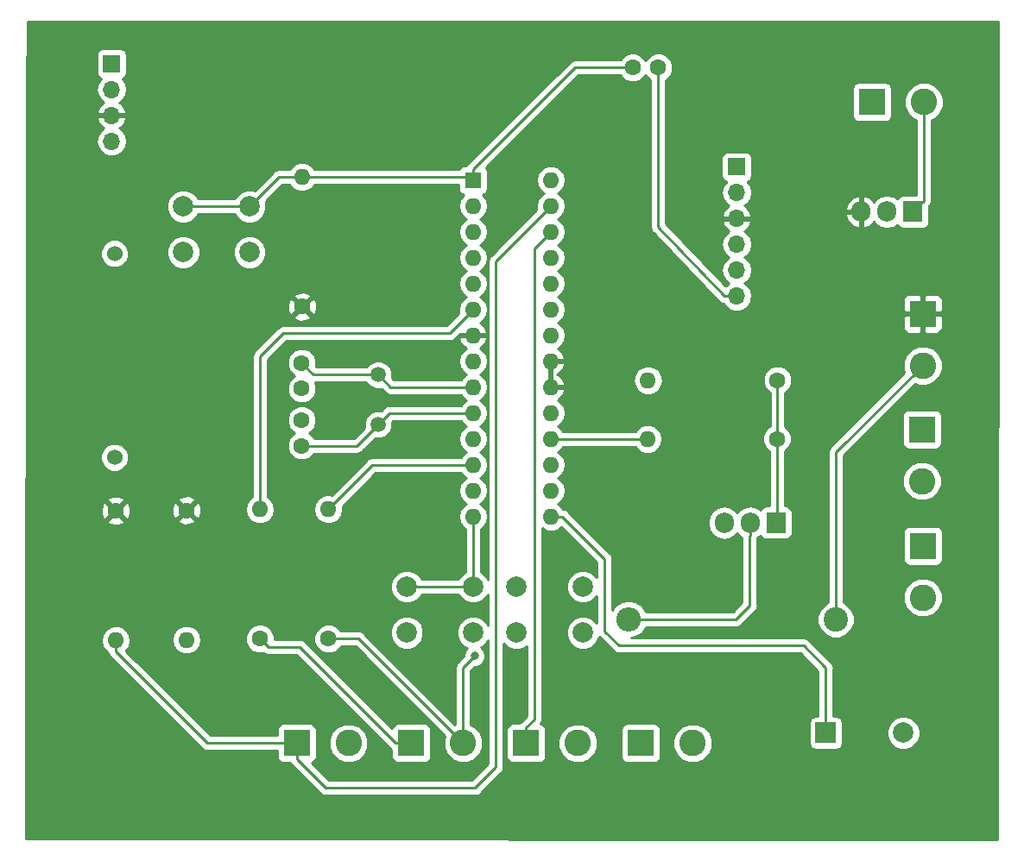
<source format=gbr>
G04 #@! TF.GenerationSoftware,KiCad,Pcbnew,(5.0.2)-1*
G04 #@! TF.CreationDate,2019-02-17T16:43:36+01:00*
G04 #@! TF.ProjectId,_saved_lasergame vs,5f736176-6564-45f6-9c61-73657267616d,rev?*
G04 #@! TF.SameCoordinates,Original*
G04 #@! TF.FileFunction,Copper,L1,Top*
G04 #@! TF.FilePolarity,Positive*
%FSLAX46Y46*%
G04 Gerber Fmt 4.6, Leading zero omitted, Abs format (unit mm)*
G04 Created by KiCad (PCBNEW (5.0.2)-1) date 17/02/2019 16:43:36*
%MOMM*%
%LPD*%
G01*
G04 APERTURE LIST*
G04 #@! TA.AperFunction,ComponentPad*
%ADD10R,2.000000X2.000000*%
G04 #@! TD*
G04 #@! TA.AperFunction,ComponentPad*
%ADD11C,2.000000*%
G04 #@! TD*
G04 #@! TA.AperFunction,ComponentPad*
%ADD12C,1.600000*%
G04 #@! TD*
G04 #@! TA.AperFunction,ComponentPad*
%ADD13C,2.600000*%
G04 #@! TD*
G04 #@! TA.AperFunction,ComponentPad*
%ADD14R,2.600000X2.600000*%
G04 #@! TD*
G04 #@! TA.AperFunction,ComponentPad*
%ADD15R,1.700000X1.700000*%
G04 #@! TD*
G04 #@! TA.AperFunction,ComponentPad*
%ADD16O,1.700000X1.700000*%
G04 #@! TD*
G04 #@! TA.AperFunction,ComponentPad*
%ADD17R,1.905000X2.000000*%
G04 #@! TD*
G04 #@! TA.AperFunction,ComponentPad*
%ADD18O,1.905000X2.000000*%
G04 #@! TD*
G04 #@! TA.AperFunction,ComponentPad*
%ADD19O,1.600000X1.600000*%
G04 #@! TD*
G04 #@! TA.AperFunction,ComponentPad*
%ADD20C,2.400000*%
G04 #@! TD*
G04 #@! TA.AperFunction,ComponentPad*
%ADD21O,2.400000X2.400000*%
G04 #@! TD*
G04 #@! TA.AperFunction,ComponentPad*
%ADD22C,1.524000*%
G04 #@! TD*
G04 #@! TA.AperFunction,ComponentPad*
%ADD23R,1.600000X1.600000*%
G04 #@! TD*
G04 #@! TA.AperFunction,ComponentPad*
%ADD24C,1.500000*%
G04 #@! TD*
G04 #@! TA.AperFunction,ViaPad*
%ADD25C,0.800000*%
G04 #@! TD*
G04 #@! TA.AperFunction,Conductor*
%ADD26C,0.250000*%
G04 #@! TD*
G04 #@! TA.AperFunction,Conductor*
%ADD27C,0.254000*%
G04 #@! TD*
G04 APERTURE END LIST*
D10*
G04 #@! TO.P,BZ1,1*
G04 #@! TO.N,Buzzer*
X180040000Y-132740000D03*
D11*
G04 #@! TO.P,BZ1,2*
G04 #@! TO.N,GND*
X187640000Y-132740000D03*
G04 #@! TD*
D12*
G04 #@! TO.P,C1,1*
G04 #@! TO.N,GND*
X128650000Y-98950000D03*
G04 #@! TO.P,C1,2*
G04 #@! TO.N,Net-(C1-Pad2)*
X128650000Y-96450000D03*
G04 #@! TD*
G04 #@! TO.P,C2,2*
G04 #@! TO.N,Net-(C2-Pad2)*
X128650000Y-104550000D03*
G04 #@! TO.P,C2,1*
G04 #@! TO.N,GND*
X128650000Y-102050000D03*
G04 #@! TD*
G04 #@! TO.P,C3,1*
G04 #@! TO.N,DTR*
X163610000Y-67450000D03*
G04 #@! TO.P,C3,2*
G04 #@! TO.N,resetpin*
X161110000Y-67450000D03*
G04 #@! TD*
D13*
G04 #@! TO.P,J1,2*
G04 #@! TO.N,+9V*
X189650000Y-70830000D03*
D14*
G04 #@! TO.P,J1,1*
G04 #@! TO.N,GND*
X184570000Y-70830000D03*
G04 #@! TD*
G04 #@! TO.P,J2,1*
G04 #@! TO.N,LED_GREEN*
X139400000Y-133750000D03*
D13*
G04 #@! TO.P,J2,2*
G04 #@! TO.N,LED_RED*
X144480000Y-133750000D03*
G04 #@! TD*
D15*
G04 #@! TO.P,J3,1*
G04 #@! TO.N,Clock*
X110000000Y-67050000D03*
D16*
G04 #@! TO.P,J3,2*
G04 #@! TO.N,DIO*
X110000000Y-69590000D03*
G04 #@! TO.P,J3,3*
G04 #@! TO.N,5V*
X110000000Y-72130000D03*
G04 #@! TO.P,J3,4*
G04 #@! TO.N,GND*
X110000000Y-74670000D03*
G04 #@! TD*
D13*
G04 #@! TO.P,J4,2*
G04 #@! TO.N,GND*
X189550000Y-119450000D03*
D14*
G04 #@! TO.P,J4,1*
G04 #@! TO.N,Trigger*
X189550000Y-114370000D03*
G04 #@! TD*
G04 #@! TO.P,J5,1*
G04 #@! TO.N,Reload*
X189470000Y-102940000D03*
D13*
G04 #@! TO.P,J5,2*
G04 #@! TO.N,GND*
X189470000Y-108020000D03*
G04 #@! TD*
D14*
G04 #@! TO.P,J6,1*
G04 #@! TO.N,5V*
X189540000Y-91610000D03*
D13*
G04 #@! TO.P,J6,2*
G04 #@! TO.N,Net-(J6-Pad2)*
X189540000Y-96690000D03*
G04 #@! TD*
D15*
G04 #@! TO.P,J7,1*
G04 #@! TO.N,GND*
X171295001Y-77175001D03*
D16*
G04 #@! TO.P,J7,2*
G04 #@! TO.N,N/C*
X171295001Y-79715001D03*
G04 #@! TO.P,J7,3*
G04 #@! TO.N,5V*
X171295001Y-82255001D03*
G04 #@! TO.P,J7,4*
G04 #@! TO.N,RX*
X171295001Y-84795001D03*
G04 #@! TO.P,J7,5*
G04 #@! TO.N,TX*
X171295001Y-87335001D03*
G04 #@! TO.P,J7,6*
G04 #@! TO.N,DTR*
X171295001Y-89875001D03*
G04 #@! TD*
D14*
G04 #@! TO.P,J8,1*
G04 #@! TO.N,LDR_BACK*
X128150000Y-133750000D03*
D13*
G04 #@! TO.P,J8,2*
G04 #@! TO.N,GND*
X133230000Y-133750000D03*
G04 #@! TD*
G04 #@! TO.P,J10,2*
G04 #@! TO.N,LED_RED*
X166980000Y-133750000D03*
D14*
G04 #@! TO.P,J10,1*
G04 #@! TO.N,LED_GREEN*
X161900000Y-133750000D03*
G04 #@! TD*
D13*
G04 #@! TO.P,J11,2*
G04 #@! TO.N,GND*
X155730000Y-133750000D03*
D14*
G04 #@! TO.P,J11,1*
G04 #@! TO.N,LDR_FRONT*
X150650000Y-133750000D03*
G04 #@! TD*
D17*
G04 #@! TO.P,Q1,1*
G04 #@! TO.N,Light*
X175150000Y-112120000D03*
D18*
G04 #@! TO.P,Q1,2*
G04 #@! TO.N,Net-(Q1-Pad2)*
X172610000Y-112120000D03*
G04 #@! TO.P,Q1,3*
G04 #@! TO.N,GND*
X170070000Y-112120000D03*
G04 #@! TD*
D12*
G04 #@! TO.P,R1,1*
G04 #@! TO.N,LED_GREEN*
X124550000Y-123500000D03*
D19*
G04 #@! TO.P,R1,2*
G04 #@! TO.N,Net-(R1-Pad2)*
X124550000Y-110800000D03*
G04 #@! TD*
D12*
G04 #@! TO.P,R2,1*
G04 #@! TO.N,5V*
X128680000Y-90910000D03*
D19*
G04 #@! TO.P,R2,2*
G04 #@! TO.N,resetpin*
X128680000Y-78210000D03*
G04 #@! TD*
D20*
G04 #@! TO.P,R3,1*
G04 #@! TO.N,Net-(J6-Pad2)*
X181020000Y-121600000D03*
D21*
G04 #@! TO.P,R3,2*
G04 #@! TO.N,Net-(Q1-Pad2)*
X160700000Y-121600000D03*
G04 #@! TD*
D19*
G04 #@! TO.P,R4,2*
G04 #@! TO.N,Net-(R4-Pad2)*
X131250000Y-110800000D03*
D12*
G04 #@! TO.P,R4,1*
G04 #@! TO.N,LED_RED*
X131250000Y-123500000D03*
G04 #@! TD*
G04 #@! TO.P,R5,1*
G04 #@! TO.N,5V*
X110420000Y-110950000D03*
D19*
G04 #@! TO.P,R5,2*
G04 #@! TO.N,LDR_BACK*
X110420000Y-123650000D03*
G04 #@! TD*
G04 #@! TO.P,R6,2*
G04 #@! TO.N,LDR_FRONT*
X117350000Y-123600000D03*
D12*
G04 #@! TO.P,R6,1*
G04 #@! TO.N,5V*
X117350000Y-110900000D03*
G04 #@! TD*
G04 #@! TO.P,R7,1*
G04 #@! TO.N,Light*
X175300000Y-98130000D03*
D19*
G04 #@! TO.P,R7,2*
G04 #@! TO.N,GND*
X162600000Y-98130000D03*
G04 #@! TD*
G04 #@! TO.P,R8,2*
G04 #@! TO.N,Net-(R8-Pad2)*
X162550000Y-103900000D03*
D12*
G04 #@! TO.P,R8,1*
G04 #@! TO.N,Light*
X175250000Y-103900000D03*
G04 #@! TD*
D11*
G04 #@! TO.P,SW1,2*
G04 #@! TO.N,GND*
X117030000Y-85570000D03*
G04 #@! TO.P,SW1,1*
G04 #@! TO.N,resetpin*
X117030000Y-81070000D03*
G04 #@! TO.P,SW1,2*
G04 #@! TO.N,GND*
X123530000Y-85570000D03*
G04 #@! TO.P,SW1,1*
G04 #@! TO.N,resetpin*
X123530000Y-81070000D03*
G04 #@! TD*
D22*
G04 #@! TO.P,SW2,1*
G04 #@! TO.N,ResetButton*
X110300000Y-105700000D03*
G04 #@! TO.P,SW2,2*
G04 #@! TO.N,GND*
X110300000Y-85700000D03*
G04 #@! TD*
D11*
G04 #@! TO.P,SW3,1*
G04 #@! TO.N,SelectButton*
X156200000Y-118400000D03*
G04 #@! TO.P,SW3,2*
G04 #@! TO.N,GND*
X156200000Y-122900000D03*
G04 #@! TO.P,SW3,1*
G04 #@! TO.N,SelectButton*
X149700000Y-118400000D03*
G04 #@! TO.P,SW3,2*
G04 #@! TO.N,GND*
X149700000Y-122900000D03*
G04 #@! TD*
G04 #@! TO.P,SW4,2*
G04 #@! TO.N,GND*
X138950000Y-122900000D03*
G04 #@! TO.P,SW4,1*
G04 #@! TO.N,Scroll*
X138950000Y-118400000D03*
G04 #@! TO.P,SW4,2*
G04 #@! TO.N,GND*
X145450000Y-122900000D03*
G04 #@! TO.P,SW4,1*
G04 #@! TO.N,Scroll*
X145450000Y-118400000D03*
G04 #@! TD*
D23*
G04 #@! TO.P,U1,1*
G04 #@! TO.N,resetpin*
X145450000Y-78500000D03*
D19*
G04 #@! TO.P,U1,15*
G04 #@! TO.N,Buzzer*
X153070000Y-111520000D03*
G04 #@! TO.P,U1,2*
G04 #@! TO.N,RX*
X145450000Y-81040000D03*
G04 #@! TO.P,U1,16*
G04 #@! TO.N,Trigger*
X153070000Y-108980000D03*
G04 #@! TO.P,U1,3*
G04 #@! TO.N,TX*
X145450000Y-83580000D03*
G04 #@! TO.P,U1,17*
G04 #@! TO.N,Reload*
X153070000Y-106440000D03*
G04 #@! TO.P,U1,4*
G04 #@! TO.N,Clock*
X145450000Y-86120000D03*
G04 #@! TO.P,U1,18*
G04 #@! TO.N,Net-(R8-Pad2)*
X153070000Y-103900000D03*
G04 #@! TO.P,U1,5*
G04 #@! TO.N,DIO*
X145450000Y-88660000D03*
G04 #@! TO.P,U1,19*
G04 #@! TO.N,N/C*
X153070000Y-101360000D03*
G04 #@! TO.P,U1,6*
G04 #@! TO.N,Net-(R1-Pad2)*
X145450000Y-91200000D03*
G04 #@! TO.P,U1,20*
G04 #@! TO.N,5V*
X153070000Y-98820000D03*
G04 #@! TO.P,U1,7*
X145450000Y-93740000D03*
G04 #@! TO.P,U1,21*
X153070000Y-96280000D03*
G04 #@! TO.P,U1,8*
G04 #@! TO.N,GND*
X145450000Y-96280000D03*
G04 #@! TO.P,U1,22*
X153070000Y-93740000D03*
G04 #@! TO.P,U1,9*
G04 #@! TO.N,Net-(C1-Pad2)*
X145450000Y-98820000D03*
G04 #@! TO.P,U1,23*
G04 #@! TO.N,N/C*
X153070000Y-91200000D03*
G04 #@! TO.P,U1,10*
G04 #@! TO.N,Net-(C2-Pad2)*
X145450000Y-101360000D03*
G04 #@! TO.P,U1,24*
G04 #@! TO.N,N/C*
X153070000Y-88660000D03*
G04 #@! TO.P,U1,11*
G04 #@! TO.N,ResetButton*
X145450000Y-103900000D03*
G04 #@! TO.P,U1,25*
G04 #@! TO.N,N/C*
X153070000Y-86120000D03*
G04 #@! TO.P,U1,12*
G04 #@! TO.N,Net-(R4-Pad2)*
X145450000Y-106440000D03*
G04 #@! TO.P,U1,26*
G04 #@! TO.N,LDR_FRONT*
X153070000Y-83580000D03*
G04 #@! TO.P,U1,13*
G04 #@! TO.N,SelectButton*
X145450000Y-108980000D03*
G04 #@! TO.P,U1,27*
G04 #@! TO.N,LDR_BACK*
X153070000Y-81040000D03*
G04 #@! TO.P,U1,14*
G04 #@! TO.N,Scroll*
X145450000Y-111520000D03*
G04 #@! TO.P,U1,28*
G04 #@! TO.N,N/C*
X153070000Y-78500000D03*
G04 #@! TD*
D18*
G04 #@! TO.P,U2,3*
G04 #@! TO.N,5V*
X183500000Y-81600000D03*
G04 #@! TO.P,U2,2*
G04 #@! TO.N,GND*
X186040000Y-81600000D03*
D17*
G04 #@! TO.P,U2,1*
G04 #@! TO.N,+9V*
X188580000Y-81600000D03*
G04 #@! TD*
D24*
G04 #@! TO.P,Y1,1*
G04 #@! TO.N,Net-(C1-Pad2)*
X136150000Y-97600000D03*
G04 #@! TO.P,Y1,2*
G04 #@! TO.N,Net-(C2-Pad2)*
X136150000Y-102480000D03*
G04 #@! TD*
D25*
G04 #@! TO.N,LED_RED*
X145600000Y-125200000D03*
G04 #@! TD*
D26*
G04 #@! TO.N,Buzzer*
X180040000Y-126350000D02*
X180040000Y-132740000D01*
X154201370Y-111520000D02*
X158350000Y-115668630D01*
X153070000Y-111520000D02*
X154201370Y-111520000D01*
X158350000Y-115668630D02*
X158350000Y-122760000D01*
X159770000Y-124180000D02*
X177870000Y-124180000D01*
X158350000Y-122760000D02*
X159770000Y-124180000D01*
X177870000Y-124180000D02*
X180040000Y-126350000D01*
G04 #@! TO.N,Net-(C1-Pad2)*
X137370000Y-98820000D02*
X136150000Y-97600000D01*
X145450000Y-98820000D02*
X137370000Y-98820000D01*
X129800000Y-97600000D02*
X128650000Y-96450000D01*
X136150000Y-97600000D02*
X129800000Y-97600000D01*
G04 #@! TO.N,Net-(C2-Pad2)*
X137270000Y-101360000D02*
X136150000Y-102480000D01*
X145450000Y-101360000D02*
X137270000Y-101360000D01*
X136150000Y-102480000D02*
X134060000Y-104570000D01*
X134040000Y-104550000D02*
X128650000Y-104550000D01*
X134060000Y-104570000D02*
X134040000Y-104550000D01*
G04 #@! TO.N,resetpin*
X126390000Y-78210000D02*
X123530000Y-81070000D01*
X128680000Y-78210000D02*
X126390000Y-78210000D01*
X122115787Y-81070000D02*
X117030000Y-81070000D01*
X123530000Y-81070000D02*
X122115787Y-81070000D01*
X145160000Y-78210000D02*
X145450000Y-78500000D01*
X128680000Y-78210000D02*
X145160000Y-78210000D01*
X145450000Y-77450000D02*
X145450000Y-78500000D01*
X155450000Y-67450000D02*
X145450000Y-77450000D01*
X161110000Y-67450000D02*
X155450000Y-67450000D01*
G04 #@! TO.N,DTR*
X163610000Y-82832081D02*
X163610000Y-67450000D01*
X163610000Y-83090000D02*
X163610000Y-82832081D01*
X171295001Y-89875001D02*
X170092920Y-89875001D01*
X170092920Y-89875001D02*
X163610000Y-83090000D01*
G04 #@! TO.N,LED_GREEN*
X137850000Y-133750000D02*
X139400000Y-133750000D01*
X128399999Y-124299999D02*
X137850000Y-133750000D01*
X125349999Y-124299999D02*
X128399999Y-124299999D01*
X124550000Y-123500000D02*
X125349999Y-124299999D01*
G04 #@! TO.N,LED_RED*
X134230000Y-123500000D02*
X144480000Y-133750000D01*
X131250000Y-123500000D02*
X134230000Y-123500000D01*
X144480000Y-133750000D02*
X144480000Y-131911523D01*
X144480000Y-131911523D02*
X144480000Y-126320000D01*
X144480000Y-126320000D02*
X145600000Y-125200000D01*
G04 #@! TO.N,Net-(J6-Pad2)*
X181020000Y-105210000D02*
X189540000Y-96690000D01*
X181020000Y-121600000D02*
X181020000Y-105210000D01*
G04 #@! TO.N,LDR_BACK*
X126600000Y-133750000D02*
X128150000Y-133750000D01*
X119388630Y-133750000D02*
X126600000Y-133750000D01*
X110420000Y-124781370D02*
X119388630Y-133750000D01*
X110420000Y-123650000D02*
X110420000Y-124781370D01*
X128150000Y-135300000D02*
X130990000Y-138140000D01*
X128150000Y-133750000D02*
X128150000Y-135300000D01*
X130990000Y-138140000D02*
X145640000Y-138140000D01*
X145640000Y-138140000D02*
X147680000Y-136100000D01*
X147680000Y-86430000D02*
X153070000Y-81040000D01*
X147680000Y-136100000D02*
X147680000Y-86430000D01*
G04 #@! TO.N,LDR_FRONT*
X150650000Y-132200000D02*
X151450000Y-131400000D01*
X150650000Y-133750000D02*
X150650000Y-132200000D01*
X151450000Y-85200000D02*
X153070000Y-83580000D01*
X151450000Y-131400000D02*
X151450000Y-85200000D01*
G04 #@! TO.N,Light*
X175300000Y-103850000D02*
X175250000Y-103900000D01*
X175300000Y-98130000D02*
X175300000Y-103850000D01*
X175250000Y-112020000D02*
X175150000Y-112120000D01*
X175250000Y-103900000D02*
X175250000Y-112020000D01*
G04 #@! TO.N,Scroll*
X145450000Y-112651370D02*
X145450000Y-118400000D01*
X145450000Y-111520000D02*
X145450000Y-112651370D01*
X144035787Y-118400000D02*
X138950000Y-118400000D01*
X145450000Y-118400000D02*
X144035787Y-118400000D01*
G04 #@! TO.N,Net-(Q1-Pad2)*
X171220000Y-121600000D02*
X160700000Y-121600000D01*
X172580000Y-120240000D02*
X171220000Y-121600000D01*
X172580000Y-113400000D02*
X172580000Y-120240000D01*
X172610000Y-112120000D02*
X172610000Y-113370000D01*
X172610000Y-113370000D02*
X172580000Y-113400000D01*
G04 #@! TO.N,+9V*
X189650000Y-80530000D02*
X188580000Y-81600000D01*
X189650000Y-70830000D02*
X189650000Y-80530000D01*
G04 #@! TO.N,Net-(R1-Pad2)*
X124550000Y-110800000D02*
X124550000Y-95820000D01*
X124550000Y-95820000D02*
X126860000Y-93510000D01*
X143140000Y-93510000D02*
X145450000Y-91200000D01*
X126860000Y-93510000D02*
X143140000Y-93510000D01*
G04 #@! TO.N,Net-(R4-Pad2)*
X144318630Y-106440000D02*
X144268630Y-106490000D01*
X145450000Y-106440000D02*
X144318630Y-106440000D01*
X135560000Y-106490000D02*
X131250000Y-110800000D01*
X144268630Y-106490000D02*
X135560000Y-106490000D01*
G04 #@! TO.N,Net-(R8-Pad2)*
X154201370Y-103900000D02*
X162550000Y-103900000D01*
X153070000Y-103900000D02*
X154201370Y-103900000D01*
G04 #@! TD*
D27*
G04 #@! TO.N,5V*
G36*
X196963637Y-62946919D02*
X196836089Y-143174434D01*
X101577752Y-143095569D01*
X101613891Y-123650000D01*
X108956887Y-123650000D01*
X109068260Y-124209909D01*
X109385423Y-124684577D01*
X109662713Y-124869856D01*
X109704097Y-125077907D01*
X109872072Y-125329299D01*
X109935528Y-125371699D01*
X118798301Y-134234473D01*
X118840701Y-134297929D01*
X119092093Y-134465904D01*
X119313778Y-134510000D01*
X119313782Y-134510000D01*
X119388629Y-134524888D01*
X119463476Y-134510000D01*
X126202560Y-134510000D01*
X126202560Y-135050000D01*
X126251843Y-135297765D01*
X126392191Y-135507809D01*
X126602235Y-135648157D01*
X126850000Y-135697440D01*
X127501518Y-135697440D01*
X127602072Y-135847929D01*
X127665528Y-135890329D01*
X130399671Y-138624473D01*
X130442071Y-138687929D01*
X130693463Y-138855904D01*
X130915148Y-138900000D01*
X130915152Y-138900000D01*
X130990000Y-138914888D01*
X131064848Y-138900000D01*
X145565153Y-138900000D01*
X145640000Y-138914888D01*
X145714847Y-138900000D01*
X145714852Y-138900000D01*
X145936537Y-138855904D01*
X146187929Y-138687929D01*
X146230331Y-138624470D01*
X148164473Y-136690329D01*
X148227929Y-136647929D01*
X148270924Y-136583582D01*
X148395904Y-136396538D01*
X148405480Y-136348395D01*
X148440000Y-136174852D01*
X148440000Y-136174848D01*
X148454888Y-136100000D01*
X148440000Y-136025152D01*
X148440000Y-123952239D01*
X148773847Y-124286086D01*
X149374778Y-124535000D01*
X150025222Y-124535000D01*
X150626153Y-124286086D01*
X150690000Y-124222239D01*
X150690000Y-131085198D01*
X150165528Y-131609671D01*
X150102072Y-131652071D01*
X150059672Y-131715527D01*
X150059671Y-131715528D01*
X150001518Y-131802560D01*
X149350000Y-131802560D01*
X149102235Y-131851843D01*
X148892191Y-131992191D01*
X148751843Y-132202235D01*
X148702560Y-132450000D01*
X148702560Y-135050000D01*
X148751843Y-135297765D01*
X148892191Y-135507809D01*
X149102235Y-135648157D01*
X149350000Y-135697440D01*
X151950000Y-135697440D01*
X152197765Y-135648157D01*
X152407809Y-135507809D01*
X152548157Y-135297765D01*
X152597440Y-135050000D01*
X152597440Y-133365105D01*
X153795000Y-133365105D01*
X153795000Y-134134895D01*
X154089586Y-134846090D01*
X154633910Y-135390414D01*
X155345105Y-135685000D01*
X156114895Y-135685000D01*
X156826090Y-135390414D01*
X157370414Y-134846090D01*
X157665000Y-134134895D01*
X157665000Y-133365105D01*
X157370414Y-132653910D01*
X157166504Y-132450000D01*
X159952560Y-132450000D01*
X159952560Y-135050000D01*
X160001843Y-135297765D01*
X160142191Y-135507809D01*
X160352235Y-135648157D01*
X160600000Y-135697440D01*
X163200000Y-135697440D01*
X163447765Y-135648157D01*
X163657809Y-135507809D01*
X163798157Y-135297765D01*
X163847440Y-135050000D01*
X163847440Y-133365105D01*
X165045000Y-133365105D01*
X165045000Y-134134895D01*
X165339586Y-134846090D01*
X165883910Y-135390414D01*
X166595105Y-135685000D01*
X167364895Y-135685000D01*
X168076090Y-135390414D01*
X168620414Y-134846090D01*
X168915000Y-134134895D01*
X168915000Y-133365105D01*
X168620414Y-132653910D01*
X168076090Y-132109586D01*
X167364895Y-131815000D01*
X166595105Y-131815000D01*
X165883910Y-132109586D01*
X165339586Y-132653910D01*
X165045000Y-133365105D01*
X163847440Y-133365105D01*
X163847440Y-132450000D01*
X163798157Y-132202235D01*
X163657809Y-131992191D01*
X163447765Y-131851843D01*
X163200000Y-131802560D01*
X160600000Y-131802560D01*
X160352235Y-131851843D01*
X160142191Y-131992191D01*
X160001843Y-132202235D01*
X159952560Y-132450000D01*
X157166504Y-132450000D01*
X156826090Y-132109586D01*
X156114895Y-131815000D01*
X155345105Y-131815000D01*
X154633910Y-132109586D01*
X154089586Y-132653910D01*
X153795000Y-133365105D01*
X152597440Y-133365105D01*
X152597440Y-132450000D01*
X152548157Y-132202235D01*
X152407809Y-131992191D01*
X152197765Y-131851843D01*
X152078044Y-131828029D01*
X152165904Y-131696538D01*
X152175480Y-131648395D01*
X152210000Y-131474852D01*
X152210000Y-131474848D01*
X152224888Y-131400000D01*
X152210000Y-131325152D01*
X152210000Y-112671226D01*
X152510091Y-112871740D01*
X152928667Y-112955000D01*
X153211333Y-112955000D01*
X153629909Y-112871740D01*
X154104577Y-112554577D01*
X154127235Y-112520666D01*
X157590000Y-115983432D01*
X157590000Y-117483297D01*
X157586086Y-117473847D01*
X157126153Y-117013914D01*
X156525222Y-116765000D01*
X155874778Y-116765000D01*
X155273847Y-117013914D01*
X154813914Y-117473847D01*
X154565000Y-118074778D01*
X154565000Y-118725222D01*
X154813914Y-119326153D01*
X155273847Y-119786086D01*
X155874778Y-120035000D01*
X156525222Y-120035000D01*
X157126153Y-119786086D01*
X157586086Y-119326153D01*
X157590001Y-119316703D01*
X157590001Y-121983298D01*
X157586086Y-121973847D01*
X157126153Y-121513914D01*
X156525222Y-121265000D01*
X155874778Y-121265000D01*
X155273847Y-121513914D01*
X154813914Y-121973847D01*
X154565000Y-122574778D01*
X154565000Y-123225222D01*
X154813914Y-123826153D01*
X155273847Y-124286086D01*
X155874778Y-124535000D01*
X156525222Y-124535000D01*
X157126153Y-124286086D01*
X157586086Y-123826153D01*
X157801251Y-123306700D01*
X157802072Y-123307929D01*
X157865528Y-123350329D01*
X159179670Y-124664472D01*
X159222071Y-124727929D01*
X159473463Y-124895904D01*
X159695148Y-124940000D01*
X159695152Y-124940000D01*
X159769999Y-124954888D01*
X159844846Y-124940000D01*
X177555199Y-124940000D01*
X179280000Y-126664803D01*
X179280001Y-131092560D01*
X179040000Y-131092560D01*
X178792235Y-131141843D01*
X178582191Y-131282191D01*
X178441843Y-131492235D01*
X178392560Y-131740000D01*
X178392560Y-133740000D01*
X178441843Y-133987765D01*
X178582191Y-134197809D01*
X178792235Y-134338157D01*
X179040000Y-134387440D01*
X181040000Y-134387440D01*
X181287765Y-134338157D01*
X181497809Y-134197809D01*
X181638157Y-133987765D01*
X181687440Y-133740000D01*
X181687440Y-132414778D01*
X186005000Y-132414778D01*
X186005000Y-133065222D01*
X186253914Y-133666153D01*
X186713847Y-134126086D01*
X187314778Y-134375000D01*
X187965222Y-134375000D01*
X188566153Y-134126086D01*
X189026086Y-133666153D01*
X189275000Y-133065222D01*
X189275000Y-132414778D01*
X189026086Y-131813847D01*
X188566153Y-131353914D01*
X187965222Y-131105000D01*
X187314778Y-131105000D01*
X186713847Y-131353914D01*
X186253914Y-131813847D01*
X186005000Y-132414778D01*
X181687440Y-132414778D01*
X181687440Y-131740000D01*
X181638157Y-131492235D01*
X181497809Y-131282191D01*
X181287765Y-131141843D01*
X181040000Y-131092560D01*
X180800000Y-131092560D01*
X180800000Y-126424846D01*
X180814888Y-126349999D01*
X180800000Y-126275152D01*
X180800000Y-126275148D01*
X180755904Y-126053463D01*
X180714102Y-125990902D01*
X180630329Y-125865526D01*
X180630327Y-125865524D01*
X180587929Y-125802071D01*
X180524476Y-125759673D01*
X178460331Y-123695530D01*
X178417929Y-123632071D01*
X178166537Y-123464096D01*
X177944852Y-123420000D01*
X177944847Y-123420000D01*
X177870000Y-123405112D01*
X177795153Y-123420000D01*
X160956137Y-123420000D01*
X161415981Y-123328531D01*
X162022961Y-122922961D01*
X162399119Y-122360000D01*
X171145153Y-122360000D01*
X171220000Y-122374888D01*
X171294847Y-122360000D01*
X171294852Y-122360000D01*
X171516537Y-122315904D01*
X171767929Y-122147929D01*
X171810331Y-122084470D01*
X172659806Y-121234996D01*
X179185000Y-121234996D01*
X179185000Y-121965004D01*
X179464362Y-122639444D01*
X179980556Y-123155638D01*
X180654996Y-123435000D01*
X181385004Y-123435000D01*
X182059444Y-123155638D01*
X182575638Y-122639444D01*
X182855000Y-121965004D01*
X182855000Y-121234996D01*
X182575638Y-120560556D01*
X182059444Y-120044362D01*
X181780000Y-119928613D01*
X181780000Y-119065105D01*
X187615000Y-119065105D01*
X187615000Y-119834895D01*
X187909586Y-120546090D01*
X188453910Y-121090414D01*
X189165105Y-121385000D01*
X189934895Y-121385000D01*
X190646090Y-121090414D01*
X191190414Y-120546090D01*
X191485000Y-119834895D01*
X191485000Y-119065105D01*
X191190414Y-118353910D01*
X190646090Y-117809586D01*
X189934895Y-117515000D01*
X189165105Y-117515000D01*
X188453910Y-117809586D01*
X187909586Y-118353910D01*
X187615000Y-119065105D01*
X181780000Y-119065105D01*
X181780000Y-113070000D01*
X187602560Y-113070000D01*
X187602560Y-115670000D01*
X187651843Y-115917765D01*
X187792191Y-116127809D01*
X188002235Y-116268157D01*
X188250000Y-116317440D01*
X190850000Y-116317440D01*
X191097765Y-116268157D01*
X191307809Y-116127809D01*
X191448157Y-115917765D01*
X191497440Y-115670000D01*
X191497440Y-113070000D01*
X191448157Y-112822235D01*
X191307809Y-112612191D01*
X191097765Y-112471843D01*
X190850000Y-112422560D01*
X188250000Y-112422560D01*
X188002235Y-112471843D01*
X187792191Y-112612191D01*
X187651843Y-112822235D01*
X187602560Y-113070000D01*
X181780000Y-113070000D01*
X181780000Y-107635105D01*
X187535000Y-107635105D01*
X187535000Y-108404895D01*
X187829586Y-109116090D01*
X188373910Y-109660414D01*
X189085105Y-109955000D01*
X189854895Y-109955000D01*
X190566090Y-109660414D01*
X191110414Y-109116090D01*
X191405000Y-108404895D01*
X191405000Y-107635105D01*
X191110414Y-106923910D01*
X190566090Y-106379586D01*
X189854895Y-106085000D01*
X189085105Y-106085000D01*
X188373910Y-106379586D01*
X187829586Y-106923910D01*
X187535000Y-107635105D01*
X181780000Y-107635105D01*
X181780000Y-105524801D01*
X185664801Y-101640000D01*
X187522560Y-101640000D01*
X187522560Y-104240000D01*
X187571843Y-104487765D01*
X187712191Y-104697809D01*
X187922235Y-104838157D01*
X188170000Y-104887440D01*
X190770000Y-104887440D01*
X191017765Y-104838157D01*
X191227809Y-104697809D01*
X191368157Y-104487765D01*
X191417440Y-104240000D01*
X191417440Y-101640000D01*
X191368157Y-101392235D01*
X191227809Y-101182191D01*
X191017765Y-101041843D01*
X190770000Y-100992560D01*
X188170000Y-100992560D01*
X187922235Y-101041843D01*
X187712191Y-101182191D01*
X187571843Y-101392235D01*
X187522560Y-101640000D01*
X185664801Y-101640000D01*
X188819015Y-98485787D01*
X189155105Y-98625000D01*
X189924895Y-98625000D01*
X190636090Y-98330414D01*
X191180414Y-97786090D01*
X191475000Y-97074895D01*
X191475000Y-96305105D01*
X191180414Y-95593910D01*
X190636090Y-95049586D01*
X189924895Y-94755000D01*
X189155105Y-94755000D01*
X188443910Y-95049586D01*
X187899586Y-95593910D01*
X187605000Y-96305105D01*
X187605000Y-97074895D01*
X187744213Y-97410985D01*
X180535528Y-104619671D01*
X180472072Y-104662071D01*
X180429672Y-104725527D01*
X180429671Y-104725528D01*
X180304097Y-104913463D01*
X180245112Y-105210000D01*
X180260001Y-105284852D01*
X180260000Y-119928613D01*
X179980556Y-120044362D01*
X179464362Y-120560556D01*
X179185000Y-121234996D01*
X172659806Y-121234996D01*
X173064476Y-120830327D01*
X173127929Y-120787929D01*
X173170327Y-120724476D01*
X173170329Y-120724474D01*
X173295903Y-120536538D01*
X173295904Y-120536537D01*
X173340000Y-120314852D01*
X173340000Y-120314848D01*
X173354888Y-120240001D01*
X173340000Y-120165154D01*
X173340000Y-113595672D01*
X173341531Y-113587974D01*
X173621491Y-113400912D01*
X173739691Y-113577809D01*
X173949735Y-113718157D01*
X174197500Y-113767440D01*
X176102500Y-113767440D01*
X176350265Y-113718157D01*
X176560309Y-113577809D01*
X176700657Y-113367765D01*
X176749940Y-113120000D01*
X176749940Y-111120000D01*
X176700657Y-110872235D01*
X176560309Y-110662191D01*
X176350265Y-110521843D01*
X176102500Y-110472560D01*
X176010000Y-110472560D01*
X176010000Y-105138430D01*
X176062862Y-105116534D01*
X176466534Y-104712862D01*
X176685000Y-104185439D01*
X176685000Y-103614561D01*
X176466534Y-103087138D01*
X176062862Y-102683466D01*
X176060000Y-102682281D01*
X176060000Y-99368430D01*
X176112862Y-99346534D01*
X176516534Y-98942862D01*
X176735000Y-98415439D01*
X176735000Y-97844561D01*
X176516534Y-97317138D01*
X176112862Y-96913466D01*
X175585439Y-96695000D01*
X175014561Y-96695000D01*
X174487138Y-96913466D01*
X174083466Y-97317138D01*
X173865000Y-97844561D01*
X173865000Y-98415439D01*
X174083466Y-98942862D01*
X174487138Y-99346534D01*
X174540000Y-99368430D01*
X174540001Y-102640859D01*
X174437138Y-102683466D01*
X174033466Y-103087138D01*
X173815000Y-103614561D01*
X173815000Y-104185439D01*
X174033466Y-104712862D01*
X174437138Y-105116534D01*
X174490000Y-105138430D01*
X174490001Y-110472560D01*
X174197500Y-110472560D01*
X173949735Y-110521843D01*
X173739691Y-110662191D01*
X173621491Y-110839088D01*
X173229411Y-110577109D01*
X172610000Y-110453900D01*
X171990590Y-110577109D01*
X171465477Y-110927977D01*
X171340000Y-111115767D01*
X171214523Y-110927977D01*
X170689411Y-110577109D01*
X170070000Y-110453900D01*
X169450590Y-110577109D01*
X168925477Y-110927977D01*
X168574609Y-111453089D01*
X168482500Y-111916150D01*
X168482500Y-112323849D01*
X168574609Y-112786910D01*
X168925477Y-113312023D01*
X169450589Y-113662891D01*
X170070000Y-113786100D01*
X170689410Y-113662891D01*
X171214523Y-113312023D01*
X171340000Y-113124233D01*
X171465477Y-113312023D01*
X171820000Y-113548907D01*
X171820001Y-119925196D01*
X170905199Y-120840000D01*
X162399119Y-120840000D01*
X162022961Y-120277039D01*
X161415981Y-119871469D01*
X160880727Y-119765000D01*
X160519273Y-119765000D01*
X159984019Y-119871469D01*
X159377039Y-120277039D01*
X159110000Y-120676692D01*
X159110000Y-115743478D01*
X159124888Y-115668630D01*
X159110000Y-115593782D01*
X159110000Y-115593778D01*
X159065904Y-115372093D01*
X159065904Y-115372092D01*
X158940329Y-115184157D01*
X158897929Y-115120701D01*
X158834473Y-115078301D01*
X154791701Y-111035530D01*
X154749299Y-110972071D01*
X154497907Y-110804096D01*
X154289855Y-110762712D01*
X154104577Y-110485423D01*
X153752242Y-110250000D01*
X154104577Y-110014577D01*
X154421740Y-109539909D01*
X154533113Y-108980000D01*
X154421740Y-108420091D01*
X154104577Y-107945423D01*
X153752242Y-107710000D01*
X154104577Y-107474577D01*
X154421740Y-106999909D01*
X154533113Y-106440000D01*
X154421740Y-105880091D01*
X154104577Y-105405423D01*
X153752242Y-105170000D01*
X154104577Y-104934577D01*
X154288043Y-104660000D01*
X161331957Y-104660000D01*
X161515423Y-104934577D01*
X161990091Y-105251740D01*
X162408667Y-105335000D01*
X162691333Y-105335000D01*
X163109909Y-105251740D01*
X163584577Y-104934577D01*
X163901740Y-104459909D01*
X164013113Y-103900000D01*
X163901740Y-103340091D01*
X163584577Y-102865423D01*
X163109909Y-102548260D01*
X162691333Y-102465000D01*
X162408667Y-102465000D01*
X161990091Y-102548260D01*
X161515423Y-102865423D01*
X161331957Y-103140000D01*
X154288043Y-103140000D01*
X154104577Y-102865423D01*
X153752242Y-102630000D01*
X154104577Y-102394577D01*
X154421740Y-101919909D01*
X154533113Y-101360000D01*
X154421740Y-100800091D01*
X154104577Y-100325423D01*
X153720892Y-100069053D01*
X153925134Y-99972389D01*
X154301041Y-99557423D01*
X154461904Y-99169039D01*
X154339915Y-98947000D01*
X153197000Y-98947000D01*
X153197000Y-98967000D01*
X152943000Y-98967000D01*
X152943000Y-98947000D01*
X152923000Y-98947000D01*
X152923000Y-98693000D01*
X152943000Y-98693000D01*
X152943000Y-96407000D01*
X153197000Y-96407000D01*
X153197000Y-98693000D01*
X154339915Y-98693000D01*
X154461904Y-98470961D01*
X154320683Y-98130000D01*
X161136887Y-98130000D01*
X161248260Y-98689909D01*
X161565423Y-99164577D01*
X162040091Y-99481740D01*
X162458667Y-99565000D01*
X162741333Y-99565000D01*
X163159909Y-99481740D01*
X163634577Y-99164577D01*
X163951740Y-98689909D01*
X164063113Y-98130000D01*
X163951740Y-97570091D01*
X163634577Y-97095423D01*
X163159909Y-96778260D01*
X162741333Y-96695000D01*
X162458667Y-96695000D01*
X162040091Y-96778260D01*
X161565423Y-97095423D01*
X161248260Y-97570091D01*
X161136887Y-98130000D01*
X154320683Y-98130000D01*
X154301041Y-98082577D01*
X153925134Y-97667611D01*
X153676633Y-97550000D01*
X153925134Y-97432389D01*
X154301041Y-97017423D01*
X154461904Y-96629039D01*
X154339915Y-96407000D01*
X153197000Y-96407000D01*
X152943000Y-96407000D01*
X152923000Y-96407000D01*
X152923000Y-96153000D01*
X152943000Y-96153000D01*
X152943000Y-96133000D01*
X153197000Y-96133000D01*
X153197000Y-96153000D01*
X154339915Y-96153000D01*
X154461904Y-95930961D01*
X154301041Y-95542577D01*
X153925134Y-95127611D01*
X153720892Y-95030947D01*
X154104577Y-94774577D01*
X154421740Y-94299909D01*
X154533113Y-93740000D01*
X154421740Y-93180091D01*
X154104577Y-92705423D01*
X153752242Y-92470000D01*
X154104577Y-92234577D01*
X154330973Y-91895750D01*
X187605000Y-91895750D01*
X187605000Y-93036309D01*
X187701673Y-93269698D01*
X187880301Y-93448327D01*
X188113690Y-93545000D01*
X189254250Y-93545000D01*
X189413000Y-93386250D01*
X189413000Y-91737000D01*
X189667000Y-91737000D01*
X189667000Y-93386250D01*
X189825750Y-93545000D01*
X190966310Y-93545000D01*
X191199699Y-93448327D01*
X191378327Y-93269698D01*
X191475000Y-93036309D01*
X191475000Y-91895750D01*
X191316250Y-91737000D01*
X189667000Y-91737000D01*
X189413000Y-91737000D01*
X187763750Y-91737000D01*
X187605000Y-91895750D01*
X154330973Y-91895750D01*
X154421740Y-91759909D01*
X154533113Y-91200000D01*
X154421740Y-90640091D01*
X154104577Y-90165423D01*
X153752242Y-89930000D01*
X154104577Y-89694577D01*
X154421740Y-89219909D01*
X154533113Y-88660000D01*
X154421740Y-88100091D01*
X154104577Y-87625423D01*
X153752242Y-87390000D01*
X154104577Y-87154577D01*
X154421740Y-86679909D01*
X154533113Y-86120000D01*
X154421740Y-85560091D01*
X154104577Y-85085423D01*
X153752242Y-84850000D01*
X154104577Y-84614577D01*
X154421740Y-84139909D01*
X154533113Y-83580000D01*
X154421740Y-83020091D01*
X154104577Y-82545423D01*
X153752242Y-82310000D01*
X154104577Y-82074577D01*
X154421740Y-81599909D01*
X154533113Y-81040000D01*
X154421740Y-80480091D01*
X154104577Y-80005423D01*
X153752242Y-79770000D01*
X154104577Y-79534577D01*
X154421740Y-79059909D01*
X154533113Y-78500000D01*
X154421740Y-77940091D01*
X154104577Y-77465423D01*
X153629909Y-77148260D01*
X153211333Y-77065000D01*
X152928667Y-77065000D01*
X152510091Y-77148260D01*
X152035423Y-77465423D01*
X151718260Y-77940091D01*
X151606887Y-78500000D01*
X151718260Y-79059909D01*
X152035423Y-79534577D01*
X152387758Y-79770000D01*
X152035423Y-80005423D01*
X151718260Y-80480091D01*
X151606887Y-81040000D01*
X151671312Y-81363886D01*
X147195528Y-85839671D01*
X147132072Y-85882071D01*
X147089672Y-85945527D01*
X147089671Y-85945528D01*
X146964097Y-86133463D01*
X146905112Y-86430000D01*
X146920001Y-86504852D01*
X146920000Y-117676434D01*
X146836086Y-117473847D01*
X146376153Y-117013914D01*
X146210000Y-116945091D01*
X146210000Y-112738043D01*
X146484577Y-112554577D01*
X146801740Y-112079909D01*
X146913113Y-111520000D01*
X146801740Y-110960091D01*
X146484577Y-110485423D01*
X146132242Y-110250000D01*
X146484577Y-110014577D01*
X146801740Y-109539909D01*
X146913113Y-108980000D01*
X146801740Y-108420091D01*
X146484577Y-107945423D01*
X146132242Y-107710000D01*
X146484577Y-107474577D01*
X146801740Y-106999909D01*
X146913113Y-106440000D01*
X146801740Y-105880091D01*
X146484577Y-105405423D01*
X146132242Y-105170000D01*
X146484577Y-104934577D01*
X146801740Y-104459909D01*
X146913113Y-103900000D01*
X146801740Y-103340091D01*
X146484577Y-102865423D01*
X146132242Y-102630000D01*
X146484577Y-102394577D01*
X146801740Y-101919909D01*
X146913113Y-101360000D01*
X146801740Y-100800091D01*
X146484577Y-100325423D01*
X146132242Y-100090000D01*
X146484577Y-99854577D01*
X146801740Y-99379909D01*
X146913113Y-98820000D01*
X146801740Y-98260091D01*
X146484577Y-97785423D01*
X146132242Y-97550000D01*
X146484577Y-97314577D01*
X146801740Y-96839909D01*
X146913113Y-96280000D01*
X146801740Y-95720091D01*
X146484577Y-95245423D01*
X146100892Y-94989053D01*
X146305134Y-94892389D01*
X146681041Y-94477423D01*
X146841904Y-94089039D01*
X146719915Y-93867000D01*
X145577000Y-93867000D01*
X145577000Y-93887000D01*
X145323000Y-93887000D01*
X145323000Y-93867000D01*
X144180085Y-93867000D01*
X144058096Y-94089039D01*
X144218959Y-94477423D01*
X144594866Y-94892389D01*
X144799108Y-94989053D01*
X144415423Y-95245423D01*
X144098260Y-95720091D01*
X143986887Y-96280000D01*
X144098260Y-96839909D01*
X144415423Y-97314577D01*
X144767758Y-97550000D01*
X144415423Y-97785423D01*
X144231957Y-98060000D01*
X137684802Y-98060000D01*
X137524835Y-97900034D01*
X137535000Y-97875494D01*
X137535000Y-97324506D01*
X137324147Y-96815460D01*
X136934540Y-96425853D01*
X136425494Y-96215000D01*
X135874506Y-96215000D01*
X135365460Y-96425853D01*
X134975853Y-96815460D01*
X134965688Y-96840000D01*
X130114802Y-96840000D01*
X130063104Y-96788302D01*
X130085000Y-96735439D01*
X130085000Y-96164561D01*
X129866534Y-95637138D01*
X129462862Y-95233466D01*
X128935439Y-95015000D01*
X128364561Y-95015000D01*
X127837138Y-95233466D01*
X127433466Y-95637138D01*
X127215000Y-96164561D01*
X127215000Y-96735439D01*
X127433466Y-97262862D01*
X127837138Y-97666534D01*
X127917932Y-97700000D01*
X127837138Y-97733466D01*
X127433466Y-98137138D01*
X127215000Y-98664561D01*
X127215000Y-99235439D01*
X127433466Y-99762862D01*
X127837138Y-100166534D01*
X128364561Y-100385000D01*
X128935439Y-100385000D01*
X129462862Y-100166534D01*
X129866534Y-99762862D01*
X130085000Y-99235439D01*
X130085000Y-98664561D01*
X129958847Y-98360000D01*
X134965688Y-98360000D01*
X134975853Y-98384540D01*
X135365460Y-98774147D01*
X135874506Y-98985000D01*
X136425494Y-98985000D01*
X136450034Y-98974835D01*
X136779671Y-99304473D01*
X136822071Y-99367929D01*
X137073463Y-99535904D01*
X137295148Y-99580000D01*
X137295152Y-99580000D01*
X137370000Y-99594888D01*
X137444848Y-99580000D01*
X144231957Y-99580000D01*
X144415423Y-99854577D01*
X144767758Y-100090000D01*
X144415423Y-100325423D01*
X144231957Y-100600000D01*
X137344846Y-100600000D01*
X137269999Y-100585112D01*
X137195152Y-100600000D01*
X137195148Y-100600000D01*
X136973463Y-100644096D01*
X136722071Y-100812071D01*
X136679671Y-100875527D01*
X136450034Y-101105165D01*
X136425494Y-101095000D01*
X135874506Y-101095000D01*
X135365460Y-101305853D01*
X134975853Y-101695460D01*
X134765000Y-102204506D01*
X134765000Y-102755494D01*
X134775164Y-102780033D01*
X133765199Y-103790000D01*
X129888430Y-103790000D01*
X129866534Y-103737138D01*
X129462862Y-103333466D01*
X129382068Y-103300000D01*
X129462862Y-103266534D01*
X129866534Y-102862862D01*
X130085000Y-102335439D01*
X130085000Y-101764561D01*
X129866534Y-101237138D01*
X129462862Y-100833466D01*
X128935439Y-100615000D01*
X128364561Y-100615000D01*
X127837138Y-100833466D01*
X127433466Y-101237138D01*
X127215000Y-101764561D01*
X127215000Y-102335439D01*
X127433466Y-102862862D01*
X127837138Y-103266534D01*
X127917932Y-103300000D01*
X127837138Y-103333466D01*
X127433466Y-103737138D01*
X127215000Y-104264561D01*
X127215000Y-104835439D01*
X127433466Y-105362862D01*
X127837138Y-105766534D01*
X128364561Y-105985000D01*
X128935439Y-105985000D01*
X129462862Y-105766534D01*
X129866534Y-105362862D01*
X129888430Y-105310000D01*
X133884606Y-105310000D01*
X134059999Y-105344888D01*
X134060000Y-105344888D01*
X134356537Y-105285903D01*
X134470134Y-105210000D01*
X134607929Y-105117929D01*
X134650330Y-105054471D01*
X135849967Y-103854836D01*
X135874506Y-103865000D01*
X136425494Y-103865000D01*
X136934540Y-103654147D01*
X137324147Y-103264540D01*
X137535000Y-102755494D01*
X137535000Y-102204506D01*
X137524835Y-102179966D01*
X137584802Y-102120000D01*
X144231957Y-102120000D01*
X144415423Y-102394577D01*
X144767758Y-102630000D01*
X144415423Y-102865423D01*
X144098260Y-103340091D01*
X143986887Y-103900000D01*
X144098260Y-104459909D01*
X144415423Y-104934577D01*
X144767758Y-105170000D01*
X144415423Y-105405423D01*
X144230145Y-105682712D01*
X144022093Y-105724096D01*
X144013257Y-105730000D01*
X135634846Y-105730000D01*
X135559999Y-105715112D01*
X135485152Y-105730000D01*
X135485148Y-105730000D01*
X135263463Y-105774096D01*
X135263461Y-105774097D01*
X135263462Y-105774097D01*
X135075526Y-105899671D01*
X135075524Y-105899673D01*
X135012071Y-105942071D01*
X134969673Y-106005524D01*
X131573886Y-109401312D01*
X131391333Y-109365000D01*
X131108667Y-109365000D01*
X130690091Y-109448260D01*
X130215423Y-109765423D01*
X129898260Y-110240091D01*
X129786887Y-110800000D01*
X129898260Y-111359909D01*
X130215423Y-111834577D01*
X130690091Y-112151740D01*
X131108667Y-112235000D01*
X131391333Y-112235000D01*
X131809909Y-112151740D01*
X132284577Y-111834577D01*
X132601740Y-111359909D01*
X132713113Y-110800000D01*
X132648688Y-110476114D01*
X135874803Y-107250000D01*
X144193783Y-107250000D01*
X144268630Y-107264888D01*
X144274529Y-107263715D01*
X144415423Y-107474577D01*
X144767758Y-107710000D01*
X144415423Y-107945423D01*
X144098260Y-108420091D01*
X143986887Y-108980000D01*
X144098260Y-109539909D01*
X144415423Y-110014577D01*
X144767758Y-110250000D01*
X144415423Y-110485423D01*
X144098260Y-110960091D01*
X143986887Y-111520000D01*
X144098260Y-112079909D01*
X144415423Y-112554577D01*
X144690000Y-112738043D01*
X144690001Y-116945091D01*
X144523847Y-117013914D01*
X144063914Y-117473847D01*
X143995091Y-117640000D01*
X140404909Y-117640000D01*
X140336086Y-117473847D01*
X139876153Y-117013914D01*
X139275222Y-116765000D01*
X138624778Y-116765000D01*
X138023847Y-117013914D01*
X137563914Y-117473847D01*
X137315000Y-118074778D01*
X137315000Y-118725222D01*
X137563914Y-119326153D01*
X138023847Y-119786086D01*
X138624778Y-120035000D01*
X139275222Y-120035000D01*
X139876153Y-119786086D01*
X140336086Y-119326153D01*
X140404909Y-119160000D01*
X143995091Y-119160000D01*
X144063914Y-119326153D01*
X144523847Y-119786086D01*
X145124778Y-120035000D01*
X145775222Y-120035000D01*
X146376153Y-119786086D01*
X146836086Y-119326153D01*
X146920000Y-119123566D01*
X146920000Y-122176434D01*
X146836086Y-121973847D01*
X146376153Y-121513914D01*
X145775222Y-121265000D01*
X145124778Y-121265000D01*
X144523847Y-121513914D01*
X144063914Y-121973847D01*
X143815000Y-122574778D01*
X143815000Y-123225222D01*
X144063914Y-123826153D01*
X144523847Y-124286086D01*
X144896037Y-124440252D01*
X144722569Y-124613720D01*
X144565000Y-124994126D01*
X144565000Y-125160198D01*
X143995528Y-125729671D01*
X143932072Y-125772071D01*
X143889672Y-125835527D01*
X143889671Y-125835528D01*
X143764097Y-126023463D01*
X143705112Y-126320000D01*
X143720001Y-126394852D01*
X143720000Y-131915198D01*
X134820331Y-123015530D01*
X134777929Y-122952071D01*
X134526537Y-122784096D01*
X134304852Y-122740000D01*
X134304847Y-122740000D01*
X134230000Y-122725112D01*
X134155153Y-122740000D01*
X132488430Y-122740000D01*
X132466534Y-122687138D01*
X132354174Y-122574778D01*
X137315000Y-122574778D01*
X137315000Y-123225222D01*
X137563914Y-123826153D01*
X138023847Y-124286086D01*
X138624778Y-124535000D01*
X139275222Y-124535000D01*
X139876153Y-124286086D01*
X140336086Y-123826153D01*
X140585000Y-123225222D01*
X140585000Y-122574778D01*
X140336086Y-121973847D01*
X139876153Y-121513914D01*
X139275222Y-121265000D01*
X138624778Y-121265000D01*
X138023847Y-121513914D01*
X137563914Y-121973847D01*
X137315000Y-122574778D01*
X132354174Y-122574778D01*
X132062862Y-122283466D01*
X131535439Y-122065000D01*
X130964561Y-122065000D01*
X130437138Y-122283466D01*
X130033466Y-122687138D01*
X129815000Y-123214561D01*
X129815000Y-123785439D01*
X130033466Y-124312862D01*
X130437138Y-124716534D01*
X130964561Y-124935000D01*
X131535439Y-124935000D01*
X132062862Y-124716534D01*
X132466534Y-124312862D01*
X132488430Y-124260000D01*
X133915199Y-124260000D01*
X142684213Y-133029015D01*
X142545000Y-133365105D01*
X142545000Y-134134895D01*
X142839586Y-134846090D01*
X143383910Y-135390414D01*
X144095105Y-135685000D01*
X144864895Y-135685000D01*
X145576090Y-135390414D01*
X146120414Y-134846090D01*
X146415000Y-134134895D01*
X146415000Y-133365105D01*
X146120414Y-132653910D01*
X145576090Y-132109586D01*
X145240000Y-131970373D01*
X145240000Y-126634801D01*
X145639802Y-126235000D01*
X145805874Y-126235000D01*
X146186280Y-126077431D01*
X146477431Y-125786280D01*
X146635000Y-125405874D01*
X146635000Y-124994126D01*
X146477431Y-124613720D01*
X146216095Y-124352384D01*
X146376153Y-124286086D01*
X146836086Y-123826153D01*
X146920000Y-123623566D01*
X146920000Y-135785198D01*
X145325199Y-137380000D01*
X131304802Y-137380000D01*
X129593665Y-135668864D01*
X129697765Y-135648157D01*
X129907809Y-135507809D01*
X130048157Y-135297765D01*
X130097440Y-135050000D01*
X130097440Y-133365105D01*
X131295000Y-133365105D01*
X131295000Y-134134895D01*
X131589586Y-134846090D01*
X132133910Y-135390414D01*
X132845105Y-135685000D01*
X133614895Y-135685000D01*
X134326090Y-135390414D01*
X134870414Y-134846090D01*
X135165000Y-134134895D01*
X135165000Y-133365105D01*
X134870414Y-132653910D01*
X134326090Y-132109586D01*
X133614895Y-131815000D01*
X132845105Y-131815000D01*
X132133910Y-132109586D01*
X131589586Y-132653910D01*
X131295000Y-133365105D01*
X130097440Y-133365105D01*
X130097440Y-132450000D01*
X130048157Y-132202235D01*
X129907809Y-131992191D01*
X129697765Y-131851843D01*
X129450000Y-131802560D01*
X126850000Y-131802560D01*
X126602235Y-131851843D01*
X126392191Y-131992191D01*
X126251843Y-132202235D01*
X126202560Y-132450000D01*
X126202560Y-132990000D01*
X119703432Y-132990000D01*
X111420666Y-124707235D01*
X111454577Y-124684577D01*
X111771740Y-124209909D01*
X111883113Y-123650000D01*
X111873168Y-123600000D01*
X115886887Y-123600000D01*
X115998260Y-124159909D01*
X116315423Y-124634577D01*
X116790091Y-124951740D01*
X117208667Y-125035000D01*
X117491333Y-125035000D01*
X117909909Y-124951740D01*
X118384577Y-124634577D01*
X118701740Y-124159909D01*
X118813113Y-123600000D01*
X118736445Y-123214561D01*
X123115000Y-123214561D01*
X123115000Y-123785439D01*
X123333466Y-124312862D01*
X123737138Y-124716534D01*
X124264561Y-124935000D01*
X124835439Y-124935000D01*
X124895283Y-124910212D01*
X124990901Y-124974101D01*
X125053462Y-125015903D01*
X125275147Y-125059999D01*
X125275151Y-125059999D01*
X125349998Y-125074887D01*
X125424845Y-125059999D01*
X128085198Y-125059999D01*
X137259671Y-134234473D01*
X137302071Y-134297929D01*
X137452560Y-134398483D01*
X137452560Y-135050000D01*
X137501843Y-135297765D01*
X137642191Y-135507809D01*
X137852235Y-135648157D01*
X138100000Y-135697440D01*
X140700000Y-135697440D01*
X140947765Y-135648157D01*
X141157809Y-135507809D01*
X141298157Y-135297765D01*
X141347440Y-135050000D01*
X141347440Y-132450000D01*
X141298157Y-132202235D01*
X141157809Y-131992191D01*
X140947765Y-131851843D01*
X140700000Y-131802560D01*
X138100000Y-131802560D01*
X137852235Y-131851843D01*
X137642191Y-131992191D01*
X137501843Y-132202235D01*
X137481137Y-132306335D01*
X128990330Y-123815529D01*
X128947928Y-123752070D01*
X128696536Y-123584095D01*
X128474851Y-123539999D01*
X128474846Y-123539999D01*
X128399999Y-123525111D01*
X128325152Y-123539999D01*
X125985000Y-123539999D01*
X125985000Y-123214561D01*
X125766534Y-122687138D01*
X125362862Y-122283466D01*
X124835439Y-122065000D01*
X124264561Y-122065000D01*
X123737138Y-122283466D01*
X123333466Y-122687138D01*
X123115000Y-123214561D01*
X118736445Y-123214561D01*
X118701740Y-123040091D01*
X118384577Y-122565423D01*
X117909909Y-122248260D01*
X117491333Y-122165000D01*
X117208667Y-122165000D01*
X116790091Y-122248260D01*
X116315423Y-122565423D01*
X115998260Y-123040091D01*
X115886887Y-123600000D01*
X111873168Y-123600000D01*
X111771740Y-123090091D01*
X111454577Y-122615423D01*
X110979909Y-122298260D01*
X110561333Y-122215000D01*
X110278667Y-122215000D01*
X109860091Y-122298260D01*
X109385423Y-122615423D01*
X109068260Y-123090091D01*
X108956887Y-123650000D01*
X101613891Y-123650000D01*
X101635621Y-111957745D01*
X109591861Y-111957745D01*
X109665995Y-112203864D01*
X110203223Y-112396965D01*
X110773454Y-112369778D01*
X111174005Y-112203864D01*
X111248139Y-111957745D01*
X111198140Y-111907745D01*
X116521861Y-111907745D01*
X116595995Y-112153864D01*
X117133223Y-112346965D01*
X117703454Y-112319778D01*
X118104005Y-112153864D01*
X118178139Y-111907745D01*
X117350000Y-111079605D01*
X116521861Y-111907745D01*
X111198140Y-111907745D01*
X110420000Y-111129605D01*
X109591861Y-111957745D01*
X101635621Y-111957745D01*
X101637897Y-110733223D01*
X108973035Y-110733223D01*
X109000222Y-111303454D01*
X109166136Y-111704005D01*
X109412255Y-111778139D01*
X110240395Y-110950000D01*
X110599605Y-110950000D01*
X111427745Y-111778139D01*
X111673864Y-111704005D01*
X111866965Y-111166777D01*
X111843911Y-110683223D01*
X115903035Y-110683223D01*
X115930222Y-111253454D01*
X116096136Y-111654005D01*
X116342255Y-111728139D01*
X117170395Y-110900000D01*
X117529605Y-110900000D01*
X118357745Y-111728139D01*
X118603864Y-111654005D01*
X118796965Y-111116777D01*
X118769778Y-110546546D01*
X118603864Y-110145995D01*
X118357745Y-110071861D01*
X117529605Y-110900000D01*
X117170395Y-110900000D01*
X116342255Y-110071861D01*
X116096136Y-110145995D01*
X115903035Y-110683223D01*
X111843911Y-110683223D01*
X111839778Y-110596546D01*
X111673864Y-110195995D01*
X111427745Y-110121861D01*
X110599605Y-110950000D01*
X110240395Y-110950000D01*
X109412255Y-110121861D01*
X109166136Y-110195995D01*
X108973035Y-110733223D01*
X101637897Y-110733223D01*
X101639367Y-109942255D01*
X109591861Y-109942255D01*
X110420000Y-110770395D01*
X111248139Y-109942255D01*
X111233079Y-109892255D01*
X116521861Y-109892255D01*
X117350000Y-110720395D01*
X118178139Y-109892255D01*
X118104005Y-109646136D01*
X117566777Y-109453035D01*
X116996546Y-109480222D01*
X116595995Y-109646136D01*
X116521861Y-109892255D01*
X111233079Y-109892255D01*
X111174005Y-109696136D01*
X110636777Y-109503035D01*
X110066546Y-109530222D01*
X109665995Y-109696136D01*
X109591861Y-109942255D01*
X101639367Y-109942255D01*
X101647768Y-105422119D01*
X108903000Y-105422119D01*
X108903000Y-105977881D01*
X109115680Y-106491337D01*
X109508663Y-106884320D01*
X110022119Y-107097000D01*
X110577881Y-107097000D01*
X111091337Y-106884320D01*
X111484320Y-106491337D01*
X111697000Y-105977881D01*
X111697000Y-105422119D01*
X111484320Y-104908663D01*
X111091337Y-104515680D01*
X110577881Y-104303000D01*
X110022119Y-104303000D01*
X109508663Y-104515680D01*
X109115680Y-104908663D01*
X108903000Y-105422119D01*
X101647768Y-105422119D01*
X101672865Y-91917745D01*
X127851861Y-91917745D01*
X127925995Y-92163864D01*
X128463223Y-92356965D01*
X129033454Y-92329778D01*
X129434005Y-92163864D01*
X129508139Y-91917745D01*
X128680000Y-91089605D01*
X127851861Y-91917745D01*
X101672865Y-91917745D01*
X101675141Y-90693223D01*
X127233035Y-90693223D01*
X127260222Y-91263454D01*
X127426136Y-91664005D01*
X127672255Y-91738139D01*
X128500395Y-90910000D01*
X128859605Y-90910000D01*
X129687745Y-91738139D01*
X129933864Y-91664005D01*
X130126965Y-91126777D01*
X130099778Y-90556546D01*
X129933864Y-90155995D01*
X129687745Y-90081861D01*
X128859605Y-90910000D01*
X128500395Y-90910000D01*
X127672255Y-90081861D01*
X127426136Y-90155995D01*
X127233035Y-90693223D01*
X101675141Y-90693223D01*
X101676611Y-89902255D01*
X127851861Y-89902255D01*
X128680000Y-90730395D01*
X129508139Y-89902255D01*
X129434005Y-89656136D01*
X128896777Y-89463035D01*
X128326546Y-89490222D01*
X127925995Y-89656136D01*
X127851861Y-89902255D01*
X101676611Y-89902255D01*
X101684938Y-85422119D01*
X108903000Y-85422119D01*
X108903000Y-85977881D01*
X109115680Y-86491337D01*
X109508663Y-86884320D01*
X110022119Y-87097000D01*
X110577881Y-87097000D01*
X111091337Y-86884320D01*
X111484320Y-86491337D01*
X111697000Y-85977881D01*
X111697000Y-85422119D01*
X111623544Y-85244778D01*
X115395000Y-85244778D01*
X115395000Y-85895222D01*
X115643914Y-86496153D01*
X116103847Y-86956086D01*
X116704778Y-87205000D01*
X117355222Y-87205000D01*
X117956153Y-86956086D01*
X118416086Y-86496153D01*
X118665000Y-85895222D01*
X118665000Y-85244778D01*
X121895000Y-85244778D01*
X121895000Y-85895222D01*
X122143914Y-86496153D01*
X122603847Y-86956086D01*
X123204778Y-87205000D01*
X123855222Y-87205000D01*
X124456153Y-86956086D01*
X124916086Y-86496153D01*
X125165000Y-85895222D01*
X125165000Y-85244778D01*
X124916086Y-84643847D01*
X124456153Y-84183914D01*
X123855222Y-83935000D01*
X123204778Y-83935000D01*
X122603847Y-84183914D01*
X122143914Y-84643847D01*
X121895000Y-85244778D01*
X118665000Y-85244778D01*
X118416086Y-84643847D01*
X117956153Y-84183914D01*
X117355222Y-83935000D01*
X116704778Y-83935000D01*
X116103847Y-84183914D01*
X115643914Y-84643847D01*
X115395000Y-85244778D01*
X111623544Y-85244778D01*
X111484320Y-84908663D01*
X111091337Y-84515680D01*
X110577881Y-84303000D01*
X110022119Y-84303000D01*
X109508663Y-84515680D01*
X109115680Y-84908663D01*
X108903000Y-85422119D01*
X101684938Y-85422119D01*
X101693630Y-80744778D01*
X115395000Y-80744778D01*
X115395000Y-81395222D01*
X115643914Y-81996153D01*
X116103847Y-82456086D01*
X116704778Y-82705000D01*
X117355222Y-82705000D01*
X117956153Y-82456086D01*
X118416086Y-81996153D01*
X118484909Y-81830000D01*
X122075091Y-81830000D01*
X122143914Y-81996153D01*
X122603847Y-82456086D01*
X123204778Y-82705000D01*
X123855222Y-82705000D01*
X124456153Y-82456086D01*
X124916086Y-81996153D01*
X125165000Y-81395222D01*
X125165000Y-80744778D01*
X125096177Y-80578624D01*
X126704802Y-78970000D01*
X127461957Y-78970000D01*
X127645423Y-79244577D01*
X128120091Y-79561740D01*
X128538667Y-79645000D01*
X128821333Y-79645000D01*
X129239909Y-79561740D01*
X129714577Y-79244577D01*
X129898043Y-78970000D01*
X144002560Y-78970000D01*
X144002560Y-79300000D01*
X144051843Y-79547765D01*
X144192191Y-79757809D01*
X144402235Y-79898157D01*
X144536106Y-79924785D01*
X144415423Y-80005423D01*
X144098260Y-80480091D01*
X143986887Y-81040000D01*
X144098260Y-81599909D01*
X144415423Y-82074577D01*
X144767758Y-82310000D01*
X144415423Y-82545423D01*
X144098260Y-83020091D01*
X143986887Y-83580000D01*
X144098260Y-84139909D01*
X144415423Y-84614577D01*
X144767758Y-84850000D01*
X144415423Y-85085423D01*
X144098260Y-85560091D01*
X143986887Y-86120000D01*
X144098260Y-86679909D01*
X144415423Y-87154577D01*
X144767758Y-87390000D01*
X144415423Y-87625423D01*
X144098260Y-88100091D01*
X143986887Y-88660000D01*
X144098260Y-89219909D01*
X144415423Y-89694577D01*
X144767758Y-89930000D01*
X144415423Y-90165423D01*
X144098260Y-90640091D01*
X143986887Y-91200000D01*
X144051312Y-91523886D01*
X142825199Y-92750000D01*
X126934846Y-92750000D01*
X126859999Y-92735112D01*
X126785152Y-92750000D01*
X126785148Y-92750000D01*
X126563463Y-92794096D01*
X126563461Y-92794097D01*
X126563462Y-92794097D01*
X126375526Y-92919671D01*
X126375524Y-92919673D01*
X126312071Y-92962071D01*
X126269673Y-93025524D01*
X124065528Y-95229671D01*
X124002072Y-95272071D01*
X123959672Y-95335527D01*
X123959671Y-95335528D01*
X123834097Y-95523463D01*
X123775112Y-95820000D01*
X123790001Y-95894852D01*
X123790000Y-109581956D01*
X123515423Y-109765423D01*
X123198260Y-110240091D01*
X123086887Y-110800000D01*
X123198260Y-111359909D01*
X123515423Y-111834577D01*
X123990091Y-112151740D01*
X124408667Y-112235000D01*
X124691333Y-112235000D01*
X125109909Y-112151740D01*
X125584577Y-111834577D01*
X125901740Y-111359909D01*
X126013113Y-110800000D01*
X125901740Y-110240091D01*
X125584577Y-109765423D01*
X125310000Y-109581957D01*
X125310000Y-96134801D01*
X127174803Y-94270000D01*
X143065153Y-94270000D01*
X143140000Y-94284888D01*
X143214847Y-94270000D01*
X143214852Y-94270000D01*
X143436537Y-94225904D01*
X143687929Y-94057929D01*
X143730331Y-93994470D01*
X144155872Y-93568929D01*
X144180085Y-93613000D01*
X145323000Y-93613000D01*
X145323000Y-93593000D01*
X145577000Y-93593000D01*
X145577000Y-93613000D01*
X146719915Y-93613000D01*
X146841904Y-93390961D01*
X146681041Y-93002577D01*
X146305134Y-92587611D01*
X146100892Y-92490947D01*
X146484577Y-92234577D01*
X146801740Y-91759909D01*
X146913113Y-91200000D01*
X146801740Y-90640091D01*
X146484577Y-90165423D01*
X146132242Y-89930000D01*
X146484577Y-89694577D01*
X146801740Y-89219909D01*
X146913113Y-88660000D01*
X146801740Y-88100091D01*
X146484577Y-87625423D01*
X146132242Y-87390000D01*
X146484577Y-87154577D01*
X146801740Y-86679909D01*
X146913113Y-86120000D01*
X146801740Y-85560091D01*
X146484577Y-85085423D01*
X146132242Y-84850000D01*
X146484577Y-84614577D01*
X146801740Y-84139909D01*
X146913113Y-83580000D01*
X146801740Y-83020091D01*
X146484577Y-82545423D01*
X146132242Y-82310000D01*
X146484577Y-82074577D01*
X146801740Y-81599909D01*
X146913113Y-81040000D01*
X146801740Y-80480091D01*
X146484577Y-80005423D01*
X146363894Y-79924785D01*
X146497765Y-79898157D01*
X146707809Y-79757809D01*
X146848157Y-79547765D01*
X146897440Y-79300000D01*
X146897440Y-77700000D01*
X146848157Y-77452235D01*
X146717743Y-77257058D01*
X155764802Y-68210000D01*
X159871570Y-68210000D01*
X159893466Y-68262862D01*
X160297138Y-68666534D01*
X160824561Y-68885000D01*
X161395439Y-68885000D01*
X161922862Y-68666534D01*
X162326534Y-68262862D01*
X162360000Y-68182068D01*
X162393466Y-68262862D01*
X162797138Y-68666534D01*
X162850001Y-68688431D01*
X162850000Y-82757229D01*
X162850000Y-83006410D01*
X162835313Y-83072363D01*
X162850000Y-83156122D01*
X162850000Y-83164851D01*
X162862920Y-83229803D01*
X162887532Y-83370165D01*
X162892346Y-83377737D01*
X162894096Y-83386536D01*
X162973270Y-83505029D01*
X163008796Y-83560910D01*
X163014824Y-83567219D01*
X163062071Y-83637929D01*
X163118257Y-83675471D01*
X169497744Y-90352220D01*
X169544991Y-90422930D01*
X169663502Y-90502116D01*
X169780164Y-90583969D01*
X169788921Y-90585919D01*
X169796383Y-90590905D01*
X169936203Y-90618717D01*
X170018133Y-90636962D01*
X170224376Y-90945626D01*
X170715583Y-91273840D01*
X171148745Y-91360001D01*
X171441257Y-91360001D01*
X171874419Y-91273840D01*
X172365626Y-90945626D01*
X172693840Y-90454419D01*
X172747690Y-90183691D01*
X187605000Y-90183691D01*
X187605000Y-91324250D01*
X187763750Y-91483000D01*
X189413000Y-91483000D01*
X189413000Y-89833750D01*
X189667000Y-89833750D01*
X189667000Y-91483000D01*
X191316250Y-91483000D01*
X191475000Y-91324250D01*
X191475000Y-90183691D01*
X191378327Y-89950302D01*
X191199699Y-89771673D01*
X190966310Y-89675000D01*
X189825750Y-89675000D01*
X189667000Y-89833750D01*
X189413000Y-89833750D01*
X189254250Y-89675000D01*
X188113690Y-89675000D01*
X187880301Y-89771673D01*
X187701673Y-89950302D01*
X187605000Y-90183691D01*
X172747690Y-90183691D01*
X172809093Y-89875001D01*
X172693840Y-89295583D01*
X172365626Y-88804376D01*
X172067240Y-88605001D01*
X172365626Y-88405626D01*
X172693840Y-87914419D01*
X172809093Y-87335001D01*
X172693840Y-86755583D01*
X172365626Y-86264376D01*
X172067240Y-86065001D01*
X172365626Y-85865626D01*
X172693840Y-85374419D01*
X172809093Y-84795001D01*
X172693840Y-84215583D01*
X172365626Y-83724376D01*
X172046523Y-83511158D01*
X172176359Y-83450184D01*
X172566646Y-83021925D01*
X172736477Y-82611891D01*
X172615156Y-82382001D01*
X171422001Y-82382001D01*
X171422001Y-82402001D01*
X171168001Y-82402001D01*
X171168001Y-82382001D01*
X169974846Y-82382001D01*
X169853525Y-82611891D01*
X170023356Y-83021925D01*
X170413643Y-83450184D01*
X170543479Y-83511158D01*
X170224376Y-83724376D01*
X169896162Y-84215583D01*
X169780909Y-84795001D01*
X169896162Y-85374419D01*
X170224376Y-85865626D01*
X170522762Y-86065001D01*
X170224376Y-86264376D01*
X169896162Y-86755583D01*
X169780909Y-87335001D01*
X169896162Y-87914419D01*
X170224376Y-88405626D01*
X170522762Y-88605001D01*
X170224376Y-88804376D01*
X170181879Y-88867977D01*
X164370000Y-82785285D01*
X164370000Y-79715001D01*
X169780909Y-79715001D01*
X169896162Y-80294419D01*
X170224376Y-80785626D01*
X170543479Y-80998844D01*
X170413643Y-81059818D01*
X170023356Y-81488077D01*
X169853525Y-81898111D01*
X169974846Y-82128001D01*
X171168001Y-82128001D01*
X171168001Y-82108001D01*
X171422001Y-82108001D01*
X171422001Y-82128001D01*
X172615156Y-82128001D01*
X172696499Y-81973864D01*
X181947620Y-81973864D01*
X182190682Y-82543091D01*
X182633076Y-82975973D01*
X183127020Y-83190563D01*
X183373000Y-83070594D01*
X183373000Y-81727000D01*
X182074428Y-81727000D01*
X181947620Y-81973864D01*
X172696499Y-81973864D01*
X172736477Y-81898111D01*
X172566646Y-81488077D01*
X172327931Y-81226136D01*
X181947620Y-81226136D01*
X182074428Y-81473000D01*
X183373000Y-81473000D01*
X183373000Y-80129406D01*
X183627000Y-80129406D01*
X183627000Y-81473000D01*
X183647000Y-81473000D01*
X183647000Y-81727000D01*
X183627000Y-81727000D01*
X183627000Y-83070594D01*
X183872980Y-83190563D01*
X184366924Y-82975973D01*
X184760841Y-82590526D01*
X184895477Y-82792023D01*
X185420589Y-83142891D01*
X186040000Y-83266100D01*
X186659410Y-83142891D01*
X187051491Y-82880912D01*
X187169691Y-83057809D01*
X187379735Y-83198157D01*
X187627500Y-83247440D01*
X189532500Y-83247440D01*
X189780265Y-83198157D01*
X189990309Y-83057809D01*
X190130657Y-82847765D01*
X190179940Y-82600000D01*
X190179940Y-81089949D01*
X190197929Y-81077929D01*
X190365904Y-80826537D01*
X190410000Y-80604852D01*
X190410000Y-80604848D01*
X190424888Y-80530000D01*
X190410000Y-80455152D01*
X190410000Y-72609627D01*
X190746090Y-72470414D01*
X191290414Y-71926090D01*
X191585000Y-71214895D01*
X191585000Y-70445105D01*
X191290414Y-69733910D01*
X190746090Y-69189586D01*
X190034895Y-68895000D01*
X189265105Y-68895000D01*
X188553910Y-69189586D01*
X188009586Y-69733910D01*
X187715000Y-70445105D01*
X187715000Y-71214895D01*
X188009586Y-71926090D01*
X188553910Y-72470414D01*
X188890000Y-72609627D01*
X188890001Y-79952560D01*
X187627500Y-79952560D01*
X187379735Y-80001843D01*
X187169691Y-80142191D01*
X187051491Y-80319088D01*
X186659411Y-80057109D01*
X186040000Y-79933900D01*
X185420590Y-80057109D01*
X184895477Y-80407977D01*
X184760841Y-80609474D01*
X184366924Y-80224027D01*
X183872980Y-80009437D01*
X183627000Y-80129406D01*
X183373000Y-80129406D01*
X183127020Y-80009437D01*
X182633076Y-80224027D01*
X182190682Y-80656909D01*
X181947620Y-81226136D01*
X172327931Y-81226136D01*
X172176359Y-81059818D01*
X172046523Y-80998844D01*
X172365626Y-80785626D01*
X172693840Y-80294419D01*
X172809093Y-79715001D01*
X172693840Y-79135583D01*
X172365626Y-78644376D01*
X172347382Y-78632185D01*
X172392766Y-78623158D01*
X172602810Y-78482810D01*
X172743158Y-78272766D01*
X172792441Y-78025001D01*
X172792441Y-76325001D01*
X172743158Y-76077236D01*
X172602810Y-75867192D01*
X172392766Y-75726844D01*
X172145001Y-75677561D01*
X170445001Y-75677561D01*
X170197236Y-75726844D01*
X169987192Y-75867192D01*
X169846844Y-76077236D01*
X169797561Y-76325001D01*
X169797561Y-78025001D01*
X169846844Y-78272766D01*
X169987192Y-78482810D01*
X170197236Y-78623158D01*
X170242620Y-78632185D01*
X170224376Y-78644376D01*
X169896162Y-79135583D01*
X169780909Y-79715001D01*
X164370000Y-79715001D01*
X164370000Y-69530000D01*
X182622560Y-69530000D01*
X182622560Y-72130000D01*
X182671843Y-72377765D01*
X182812191Y-72587809D01*
X183022235Y-72728157D01*
X183270000Y-72777440D01*
X185870000Y-72777440D01*
X186117765Y-72728157D01*
X186327809Y-72587809D01*
X186468157Y-72377765D01*
X186517440Y-72130000D01*
X186517440Y-69530000D01*
X186468157Y-69282235D01*
X186327809Y-69072191D01*
X186117765Y-68931843D01*
X185870000Y-68882560D01*
X183270000Y-68882560D01*
X183022235Y-68931843D01*
X182812191Y-69072191D01*
X182671843Y-69282235D01*
X182622560Y-69530000D01*
X164370000Y-69530000D01*
X164370000Y-68688430D01*
X164422862Y-68666534D01*
X164826534Y-68262862D01*
X165045000Y-67735439D01*
X165045000Y-67164561D01*
X164826534Y-66637138D01*
X164422862Y-66233466D01*
X163895439Y-66015000D01*
X163324561Y-66015000D01*
X162797138Y-66233466D01*
X162393466Y-66637138D01*
X162360000Y-66717932D01*
X162326534Y-66637138D01*
X161922862Y-66233466D01*
X161395439Y-66015000D01*
X160824561Y-66015000D01*
X160297138Y-66233466D01*
X159893466Y-66637138D01*
X159871570Y-66690000D01*
X155524848Y-66690000D01*
X155450000Y-66675112D01*
X155375152Y-66690000D01*
X155375148Y-66690000D01*
X155153463Y-66734096D01*
X154902071Y-66902071D01*
X154859671Y-66965527D01*
X144965530Y-76859669D01*
X144902071Y-76902071D01*
X144801518Y-77052560D01*
X144650000Y-77052560D01*
X144402235Y-77101843D01*
X144192191Y-77242191D01*
X144053336Y-77450000D01*
X129898043Y-77450000D01*
X129714577Y-77175423D01*
X129239909Y-76858260D01*
X128821333Y-76775000D01*
X128538667Y-76775000D01*
X128120091Y-76858260D01*
X127645423Y-77175423D01*
X127461957Y-77450000D01*
X126464848Y-77450000D01*
X126390000Y-77435112D01*
X126315152Y-77450000D01*
X126315148Y-77450000D01*
X126141605Y-77484520D01*
X126093462Y-77494096D01*
X125906418Y-77619076D01*
X125842071Y-77662071D01*
X125799671Y-77725527D01*
X124021376Y-79503823D01*
X123855222Y-79435000D01*
X123204778Y-79435000D01*
X122603847Y-79683914D01*
X122143914Y-80143847D01*
X122075091Y-80310000D01*
X118484909Y-80310000D01*
X118416086Y-80143847D01*
X117956153Y-79683914D01*
X117355222Y-79435000D01*
X116704778Y-79435000D01*
X116103847Y-79683914D01*
X115643914Y-80143847D01*
X115395000Y-80744778D01*
X101693630Y-80744778D01*
X101704921Y-74670000D01*
X108485908Y-74670000D01*
X108601161Y-75249418D01*
X108929375Y-75740625D01*
X109420582Y-76068839D01*
X109853744Y-76155000D01*
X110146256Y-76155000D01*
X110579418Y-76068839D01*
X111070625Y-75740625D01*
X111398839Y-75249418D01*
X111514092Y-74670000D01*
X111398839Y-74090582D01*
X111070625Y-73599375D01*
X110751522Y-73386157D01*
X110881358Y-73325183D01*
X111271645Y-72896924D01*
X111441476Y-72486890D01*
X111320155Y-72257000D01*
X110127000Y-72257000D01*
X110127000Y-72277000D01*
X109873000Y-72277000D01*
X109873000Y-72257000D01*
X108679845Y-72257000D01*
X108558524Y-72486890D01*
X108728355Y-72896924D01*
X109118642Y-73325183D01*
X109248478Y-73386157D01*
X108929375Y-73599375D01*
X108601161Y-74090582D01*
X108485908Y-74670000D01*
X101704921Y-74670000D01*
X101714362Y-69590000D01*
X108485908Y-69590000D01*
X108601161Y-70169418D01*
X108929375Y-70660625D01*
X109248478Y-70873843D01*
X109118642Y-70934817D01*
X108728355Y-71363076D01*
X108558524Y-71773110D01*
X108679845Y-72003000D01*
X109873000Y-72003000D01*
X109873000Y-71983000D01*
X110127000Y-71983000D01*
X110127000Y-72003000D01*
X111320155Y-72003000D01*
X111441476Y-71773110D01*
X111271645Y-71363076D01*
X110881358Y-70934817D01*
X110751522Y-70873843D01*
X111070625Y-70660625D01*
X111398839Y-70169418D01*
X111514092Y-69590000D01*
X111398839Y-69010582D01*
X111070625Y-68519375D01*
X111052381Y-68507184D01*
X111097765Y-68498157D01*
X111307809Y-68357809D01*
X111448157Y-68147765D01*
X111497440Y-67900000D01*
X111497440Y-66200000D01*
X111448157Y-65952235D01*
X111307809Y-65742191D01*
X111097765Y-65601843D01*
X110850000Y-65552560D01*
X109150000Y-65552560D01*
X108902235Y-65601843D01*
X108692191Y-65742191D01*
X108551843Y-65952235D01*
X108502560Y-66200000D01*
X108502560Y-67900000D01*
X108551843Y-68147765D01*
X108692191Y-68357809D01*
X108902235Y-68498157D01*
X108947619Y-68507184D01*
X108929375Y-68519375D01*
X108601161Y-69010582D01*
X108485908Y-69590000D01*
X101714362Y-69590000D01*
X101726764Y-62917040D01*
X196963637Y-62946919D01*
X196963637Y-62946919D01*
G37*
X196963637Y-62946919D02*
X196836089Y-143174434D01*
X101577752Y-143095569D01*
X101613891Y-123650000D01*
X108956887Y-123650000D01*
X109068260Y-124209909D01*
X109385423Y-124684577D01*
X109662713Y-124869856D01*
X109704097Y-125077907D01*
X109872072Y-125329299D01*
X109935528Y-125371699D01*
X118798301Y-134234473D01*
X118840701Y-134297929D01*
X119092093Y-134465904D01*
X119313778Y-134510000D01*
X119313782Y-134510000D01*
X119388629Y-134524888D01*
X119463476Y-134510000D01*
X126202560Y-134510000D01*
X126202560Y-135050000D01*
X126251843Y-135297765D01*
X126392191Y-135507809D01*
X126602235Y-135648157D01*
X126850000Y-135697440D01*
X127501518Y-135697440D01*
X127602072Y-135847929D01*
X127665528Y-135890329D01*
X130399671Y-138624473D01*
X130442071Y-138687929D01*
X130693463Y-138855904D01*
X130915148Y-138900000D01*
X130915152Y-138900000D01*
X130990000Y-138914888D01*
X131064848Y-138900000D01*
X145565153Y-138900000D01*
X145640000Y-138914888D01*
X145714847Y-138900000D01*
X145714852Y-138900000D01*
X145936537Y-138855904D01*
X146187929Y-138687929D01*
X146230331Y-138624470D01*
X148164473Y-136690329D01*
X148227929Y-136647929D01*
X148270924Y-136583582D01*
X148395904Y-136396538D01*
X148405480Y-136348395D01*
X148440000Y-136174852D01*
X148440000Y-136174848D01*
X148454888Y-136100000D01*
X148440000Y-136025152D01*
X148440000Y-123952239D01*
X148773847Y-124286086D01*
X149374778Y-124535000D01*
X150025222Y-124535000D01*
X150626153Y-124286086D01*
X150690000Y-124222239D01*
X150690000Y-131085198D01*
X150165528Y-131609671D01*
X150102072Y-131652071D01*
X150059672Y-131715527D01*
X150059671Y-131715528D01*
X150001518Y-131802560D01*
X149350000Y-131802560D01*
X149102235Y-131851843D01*
X148892191Y-131992191D01*
X148751843Y-132202235D01*
X148702560Y-132450000D01*
X148702560Y-135050000D01*
X148751843Y-135297765D01*
X148892191Y-135507809D01*
X149102235Y-135648157D01*
X149350000Y-135697440D01*
X151950000Y-135697440D01*
X152197765Y-135648157D01*
X152407809Y-135507809D01*
X152548157Y-135297765D01*
X152597440Y-135050000D01*
X152597440Y-133365105D01*
X153795000Y-133365105D01*
X153795000Y-134134895D01*
X154089586Y-134846090D01*
X154633910Y-135390414D01*
X155345105Y-135685000D01*
X156114895Y-135685000D01*
X156826090Y-135390414D01*
X157370414Y-134846090D01*
X157665000Y-134134895D01*
X157665000Y-133365105D01*
X157370414Y-132653910D01*
X157166504Y-132450000D01*
X159952560Y-132450000D01*
X159952560Y-135050000D01*
X160001843Y-135297765D01*
X160142191Y-135507809D01*
X160352235Y-135648157D01*
X160600000Y-135697440D01*
X163200000Y-135697440D01*
X163447765Y-135648157D01*
X163657809Y-135507809D01*
X163798157Y-135297765D01*
X163847440Y-135050000D01*
X163847440Y-133365105D01*
X165045000Y-133365105D01*
X165045000Y-134134895D01*
X165339586Y-134846090D01*
X165883910Y-135390414D01*
X166595105Y-135685000D01*
X167364895Y-135685000D01*
X168076090Y-135390414D01*
X168620414Y-134846090D01*
X168915000Y-134134895D01*
X168915000Y-133365105D01*
X168620414Y-132653910D01*
X168076090Y-132109586D01*
X167364895Y-131815000D01*
X166595105Y-131815000D01*
X165883910Y-132109586D01*
X165339586Y-132653910D01*
X165045000Y-133365105D01*
X163847440Y-133365105D01*
X163847440Y-132450000D01*
X163798157Y-132202235D01*
X163657809Y-131992191D01*
X163447765Y-131851843D01*
X163200000Y-131802560D01*
X160600000Y-131802560D01*
X160352235Y-131851843D01*
X160142191Y-131992191D01*
X160001843Y-132202235D01*
X159952560Y-132450000D01*
X157166504Y-132450000D01*
X156826090Y-132109586D01*
X156114895Y-131815000D01*
X155345105Y-131815000D01*
X154633910Y-132109586D01*
X154089586Y-132653910D01*
X153795000Y-133365105D01*
X152597440Y-133365105D01*
X152597440Y-132450000D01*
X152548157Y-132202235D01*
X152407809Y-131992191D01*
X152197765Y-131851843D01*
X152078044Y-131828029D01*
X152165904Y-131696538D01*
X152175480Y-131648395D01*
X152210000Y-131474852D01*
X152210000Y-131474848D01*
X152224888Y-131400000D01*
X152210000Y-131325152D01*
X152210000Y-112671226D01*
X152510091Y-112871740D01*
X152928667Y-112955000D01*
X153211333Y-112955000D01*
X153629909Y-112871740D01*
X154104577Y-112554577D01*
X154127235Y-112520666D01*
X157590000Y-115983432D01*
X157590000Y-117483297D01*
X157586086Y-117473847D01*
X157126153Y-117013914D01*
X156525222Y-116765000D01*
X155874778Y-116765000D01*
X155273847Y-117013914D01*
X154813914Y-117473847D01*
X154565000Y-118074778D01*
X154565000Y-118725222D01*
X154813914Y-119326153D01*
X155273847Y-119786086D01*
X155874778Y-120035000D01*
X156525222Y-120035000D01*
X157126153Y-119786086D01*
X157586086Y-119326153D01*
X157590001Y-119316703D01*
X157590001Y-121983298D01*
X157586086Y-121973847D01*
X157126153Y-121513914D01*
X156525222Y-121265000D01*
X155874778Y-121265000D01*
X155273847Y-121513914D01*
X154813914Y-121973847D01*
X154565000Y-122574778D01*
X154565000Y-123225222D01*
X154813914Y-123826153D01*
X155273847Y-124286086D01*
X155874778Y-124535000D01*
X156525222Y-124535000D01*
X157126153Y-124286086D01*
X157586086Y-123826153D01*
X157801251Y-123306700D01*
X157802072Y-123307929D01*
X157865528Y-123350329D01*
X159179670Y-124664472D01*
X159222071Y-124727929D01*
X159473463Y-124895904D01*
X159695148Y-124940000D01*
X159695152Y-124940000D01*
X159769999Y-124954888D01*
X159844846Y-124940000D01*
X177555199Y-124940000D01*
X179280000Y-126664803D01*
X179280001Y-131092560D01*
X179040000Y-131092560D01*
X178792235Y-131141843D01*
X178582191Y-131282191D01*
X178441843Y-131492235D01*
X178392560Y-131740000D01*
X178392560Y-133740000D01*
X178441843Y-133987765D01*
X178582191Y-134197809D01*
X178792235Y-134338157D01*
X179040000Y-134387440D01*
X181040000Y-134387440D01*
X181287765Y-134338157D01*
X181497809Y-134197809D01*
X181638157Y-133987765D01*
X181687440Y-133740000D01*
X181687440Y-132414778D01*
X186005000Y-132414778D01*
X186005000Y-133065222D01*
X186253914Y-133666153D01*
X186713847Y-134126086D01*
X187314778Y-134375000D01*
X187965222Y-134375000D01*
X188566153Y-134126086D01*
X189026086Y-133666153D01*
X189275000Y-133065222D01*
X189275000Y-132414778D01*
X189026086Y-131813847D01*
X188566153Y-131353914D01*
X187965222Y-131105000D01*
X187314778Y-131105000D01*
X186713847Y-131353914D01*
X186253914Y-131813847D01*
X186005000Y-132414778D01*
X181687440Y-132414778D01*
X181687440Y-131740000D01*
X181638157Y-131492235D01*
X181497809Y-131282191D01*
X181287765Y-131141843D01*
X181040000Y-131092560D01*
X180800000Y-131092560D01*
X180800000Y-126424846D01*
X180814888Y-126349999D01*
X180800000Y-126275152D01*
X180800000Y-126275148D01*
X180755904Y-126053463D01*
X180714102Y-125990902D01*
X180630329Y-125865526D01*
X180630327Y-125865524D01*
X180587929Y-125802071D01*
X180524476Y-125759673D01*
X178460331Y-123695530D01*
X178417929Y-123632071D01*
X178166537Y-123464096D01*
X177944852Y-123420000D01*
X177944847Y-123420000D01*
X177870000Y-123405112D01*
X177795153Y-123420000D01*
X160956137Y-123420000D01*
X161415981Y-123328531D01*
X162022961Y-122922961D01*
X162399119Y-122360000D01*
X171145153Y-122360000D01*
X171220000Y-122374888D01*
X171294847Y-122360000D01*
X171294852Y-122360000D01*
X171516537Y-122315904D01*
X171767929Y-122147929D01*
X171810331Y-122084470D01*
X172659806Y-121234996D01*
X179185000Y-121234996D01*
X179185000Y-121965004D01*
X179464362Y-122639444D01*
X179980556Y-123155638D01*
X180654996Y-123435000D01*
X181385004Y-123435000D01*
X182059444Y-123155638D01*
X182575638Y-122639444D01*
X182855000Y-121965004D01*
X182855000Y-121234996D01*
X182575638Y-120560556D01*
X182059444Y-120044362D01*
X181780000Y-119928613D01*
X181780000Y-119065105D01*
X187615000Y-119065105D01*
X187615000Y-119834895D01*
X187909586Y-120546090D01*
X188453910Y-121090414D01*
X189165105Y-121385000D01*
X189934895Y-121385000D01*
X190646090Y-121090414D01*
X191190414Y-120546090D01*
X191485000Y-119834895D01*
X191485000Y-119065105D01*
X191190414Y-118353910D01*
X190646090Y-117809586D01*
X189934895Y-117515000D01*
X189165105Y-117515000D01*
X188453910Y-117809586D01*
X187909586Y-118353910D01*
X187615000Y-119065105D01*
X181780000Y-119065105D01*
X181780000Y-113070000D01*
X187602560Y-113070000D01*
X187602560Y-115670000D01*
X187651843Y-115917765D01*
X187792191Y-116127809D01*
X188002235Y-116268157D01*
X188250000Y-116317440D01*
X190850000Y-116317440D01*
X191097765Y-116268157D01*
X191307809Y-116127809D01*
X191448157Y-115917765D01*
X191497440Y-115670000D01*
X191497440Y-113070000D01*
X191448157Y-112822235D01*
X191307809Y-112612191D01*
X191097765Y-112471843D01*
X190850000Y-112422560D01*
X188250000Y-112422560D01*
X188002235Y-112471843D01*
X187792191Y-112612191D01*
X187651843Y-112822235D01*
X187602560Y-113070000D01*
X181780000Y-113070000D01*
X181780000Y-107635105D01*
X187535000Y-107635105D01*
X187535000Y-108404895D01*
X187829586Y-109116090D01*
X188373910Y-109660414D01*
X189085105Y-109955000D01*
X189854895Y-109955000D01*
X190566090Y-109660414D01*
X191110414Y-109116090D01*
X191405000Y-108404895D01*
X191405000Y-107635105D01*
X191110414Y-106923910D01*
X190566090Y-106379586D01*
X189854895Y-106085000D01*
X189085105Y-106085000D01*
X188373910Y-106379586D01*
X187829586Y-106923910D01*
X187535000Y-107635105D01*
X181780000Y-107635105D01*
X181780000Y-105524801D01*
X185664801Y-101640000D01*
X187522560Y-101640000D01*
X187522560Y-104240000D01*
X187571843Y-104487765D01*
X187712191Y-104697809D01*
X187922235Y-104838157D01*
X188170000Y-104887440D01*
X190770000Y-104887440D01*
X191017765Y-104838157D01*
X191227809Y-104697809D01*
X191368157Y-104487765D01*
X191417440Y-104240000D01*
X191417440Y-101640000D01*
X191368157Y-101392235D01*
X191227809Y-101182191D01*
X191017765Y-101041843D01*
X190770000Y-100992560D01*
X188170000Y-100992560D01*
X187922235Y-101041843D01*
X187712191Y-101182191D01*
X187571843Y-101392235D01*
X187522560Y-101640000D01*
X185664801Y-101640000D01*
X188819015Y-98485787D01*
X189155105Y-98625000D01*
X189924895Y-98625000D01*
X190636090Y-98330414D01*
X191180414Y-97786090D01*
X191475000Y-97074895D01*
X191475000Y-96305105D01*
X191180414Y-95593910D01*
X190636090Y-95049586D01*
X189924895Y-94755000D01*
X189155105Y-94755000D01*
X188443910Y-95049586D01*
X187899586Y-95593910D01*
X187605000Y-96305105D01*
X187605000Y-97074895D01*
X187744213Y-97410985D01*
X180535528Y-104619671D01*
X180472072Y-104662071D01*
X180429672Y-104725527D01*
X180429671Y-104725528D01*
X180304097Y-104913463D01*
X180245112Y-105210000D01*
X180260001Y-105284852D01*
X180260000Y-119928613D01*
X179980556Y-120044362D01*
X179464362Y-120560556D01*
X179185000Y-121234996D01*
X172659806Y-121234996D01*
X173064476Y-120830327D01*
X173127929Y-120787929D01*
X173170327Y-120724476D01*
X173170329Y-120724474D01*
X173295903Y-120536538D01*
X173295904Y-120536537D01*
X173340000Y-120314852D01*
X173340000Y-120314848D01*
X173354888Y-120240001D01*
X173340000Y-120165154D01*
X173340000Y-113595672D01*
X173341531Y-113587974D01*
X173621491Y-113400912D01*
X173739691Y-113577809D01*
X173949735Y-113718157D01*
X174197500Y-113767440D01*
X176102500Y-113767440D01*
X176350265Y-113718157D01*
X176560309Y-113577809D01*
X176700657Y-113367765D01*
X176749940Y-113120000D01*
X176749940Y-111120000D01*
X176700657Y-110872235D01*
X176560309Y-110662191D01*
X176350265Y-110521843D01*
X176102500Y-110472560D01*
X176010000Y-110472560D01*
X176010000Y-105138430D01*
X176062862Y-105116534D01*
X176466534Y-104712862D01*
X176685000Y-104185439D01*
X176685000Y-103614561D01*
X176466534Y-103087138D01*
X176062862Y-102683466D01*
X176060000Y-102682281D01*
X176060000Y-99368430D01*
X176112862Y-99346534D01*
X176516534Y-98942862D01*
X176735000Y-98415439D01*
X176735000Y-97844561D01*
X176516534Y-97317138D01*
X176112862Y-96913466D01*
X175585439Y-96695000D01*
X175014561Y-96695000D01*
X174487138Y-96913466D01*
X174083466Y-97317138D01*
X173865000Y-97844561D01*
X173865000Y-98415439D01*
X174083466Y-98942862D01*
X174487138Y-99346534D01*
X174540000Y-99368430D01*
X174540001Y-102640859D01*
X174437138Y-102683466D01*
X174033466Y-103087138D01*
X173815000Y-103614561D01*
X173815000Y-104185439D01*
X174033466Y-104712862D01*
X174437138Y-105116534D01*
X174490000Y-105138430D01*
X174490001Y-110472560D01*
X174197500Y-110472560D01*
X173949735Y-110521843D01*
X173739691Y-110662191D01*
X173621491Y-110839088D01*
X173229411Y-110577109D01*
X172610000Y-110453900D01*
X171990590Y-110577109D01*
X171465477Y-110927977D01*
X171340000Y-111115767D01*
X171214523Y-110927977D01*
X170689411Y-110577109D01*
X170070000Y-110453900D01*
X169450590Y-110577109D01*
X168925477Y-110927977D01*
X168574609Y-111453089D01*
X168482500Y-111916150D01*
X168482500Y-112323849D01*
X168574609Y-112786910D01*
X168925477Y-113312023D01*
X169450589Y-113662891D01*
X170070000Y-113786100D01*
X170689410Y-113662891D01*
X171214523Y-113312023D01*
X171340000Y-113124233D01*
X171465477Y-113312023D01*
X171820000Y-113548907D01*
X171820001Y-119925196D01*
X170905199Y-120840000D01*
X162399119Y-120840000D01*
X162022961Y-120277039D01*
X161415981Y-119871469D01*
X160880727Y-119765000D01*
X160519273Y-119765000D01*
X159984019Y-119871469D01*
X159377039Y-120277039D01*
X159110000Y-120676692D01*
X159110000Y-115743478D01*
X159124888Y-115668630D01*
X159110000Y-115593782D01*
X159110000Y-115593778D01*
X159065904Y-115372093D01*
X159065904Y-115372092D01*
X158940329Y-115184157D01*
X158897929Y-115120701D01*
X158834473Y-115078301D01*
X154791701Y-111035530D01*
X154749299Y-110972071D01*
X154497907Y-110804096D01*
X154289855Y-110762712D01*
X154104577Y-110485423D01*
X153752242Y-110250000D01*
X154104577Y-110014577D01*
X154421740Y-109539909D01*
X154533113Y-108980000D01*
X154421740Y-108420091D01*
X154104577Y-107945423D01*
X153752242Y-107710000D01*
X154104577Y-107474577D01*
X154421740Y-106999909D01*
X154533113Y-106440000D01*
X154421740Y-105880091D01*
X154104577Y-105405423D01*
X153752242Y-105170000D01*
X154104577Y-104934577D01*
X154288043Y-104660000D01*
X161331957Y-104660000D01*
X161515423Y-104934577D01*
X161990091Y-105251740D01*
X162408667Y-105335000D01*
X162691333Y-105335000D01*
X163109909Y-105251740D01*
X163584577Y-104934577D01*
X163901740Y-104459909D01*
X164013113Y-103900000D01*
X163901740Y-103340091D01*
X163584577Y-102865423D01*
X163109909Y-102548260D01*
X162691333Y-102465000D01*
X162408667Y-102465000D01*
X161990091Y-102548260D01*
X161515423Y-102865423D01*
X161331957Y-103140000D01*
X154288043Y-103140000D01*
X154104577Y-102865423D01*
X153752242Y-102630000D01*
X154104577Y-102394577D01*
X154421740Y-101919909D01*
X154533113Y-101360000D01*
X154421740Y-100800091D01*
X154104577Y-100325423D01*
X153720892Y-100069053D01*
X153925134Y-99972389D01*
X154301041Y-99557423D01*
X154461904Y-99169039D01*
X154339915Y-98947000D01*
X153197000Y-98947000D01*
X153197000Y-98967000D01*
X152943000Y-98967000D01*
X152943000Y-98947000D01*
X152923000Y-98947000D01*
X152923000Y-98693000D01*
X152943000Y-98693000D01*
X152943000Y-96407000D01*
X153197000Y-96407000D01*
X153197000Y-98693000D01*
X154339915Y-98693000D01*
X154461904Y-98470961D01*
X154320683Y-98130000D01*
X161136887Y-98130000D01*
X161248260Y-98689909D01*
X161565423Y-99164577D01*
X162040091Y-99481740D01*
X162458667Y-99565000D01*
X162741333Y-99565000D01*
X163159909Y-99481740D01*
X163634577Y-99164577D01*
X163951740Y-98689909D01*
X164063113Y-98130000D01*
X163951740Y-97570091D01*
X163634577Y-97095423D01*
X163159909Y-96778260D01*
X162741333Y-96695000D01*
X162458667Y-96695000D01*
X162040091Y-96778260D01*
X161565423Y-97095423D01*
X161248260Y-97570091D01*
X161136887Y-98130000D01*
X154320683Y-98130000D01*
X154301041Y-98082577D01*
X153925134Y-97667611D01*
X153676633Y-97550000D01*
X153925134Y-97432389D01*
X154301041Y-97017423D01*
X154461904Y-96629039D01*
X154339915Y-96407000D01*
X153197000Y-96407000D01*
X152943000Y-96407000D01*
X152923000Y-96407000D01*
X152923000Y-96153000D01*
X152943000Y-96153000D01*
X152943000Y-96133000D01*
X153197000Y-96133000D01*
X153197000Y-96153000D01*
X154339915Y-96153000D01*
X154461904Y-95930961D01*
X154301041Y-95542577D01*
X153925134Y-95127611D01*
X153720892Y-95030947D01*
X154104577Y-94774577D01*
X154421740Y-94299909D01*
X154533113Y-93740000D01*
X154421740Y-93180091D01*
X154104577Y-92705423D01*
X153752242Y-92470000D01*
X154104577Y-92234577D01*
X154330973Y-91895750D01*
X187605000Y-91895750D01*
X187605000Y-93036309D01*
X187701673Y-93269698D01*
X187880301Y-93448327D01*
X188113690Y-93545000D01*
X189254250Y-93545000D01*
X189413000Y-93386250D01*
X189413000Y-91737000D01*
X189667000Y-91737000D01*
X189667000Y-93386250D01*
X189825750Y-93545000D01*
X190966310Y-93545000D01*
X191199699Y-93448327D01*
X191378327Y-93269698D01*
X191475000Y-93036309D01*
X191475000Y-91895750D01*
X191316250Y-91737000D01*
X189667000Y-91737000D01*
X189413000Y-91737000D01*
X187763750Y-91737000D01*
X187605000Y-91895750D01*
X154330973Y-91895750D01*
X154421740Y-91759909D01*
X154533113Y-91200000D01*
X154421740Y-90640091D01*
X154104577Y-90165423D01*
X153752242Y-89930000D01*
X154104577Y-89694577D01*
X154421740Y-89219909D01*
X154533113Y-88660000D01*
X154421740Y-88100091D01*
X154104577Y-87625423D01*
X153752242Y-87390000D01*
X154104577Y-87154577D01*
X154421740Y-86679909D01*
X154533113Y-86120000D01*
X154421740Y-85560091D01*
X154104577Y-85085423D01*
X153752242Y-84850000D01*
X154104577Y-84614577D01*
X154421740Y-84139909D01*
X154533113Y-83580000D01*
X154421740Y-83020091D01*
X154104577Y-82545423D01*
X153752242Y-82310000D01*
X154104577Y-82074577D01*
X154421740Y-81599909D01*
X154533113Y-81040000D01*
X154421740Y-80480091D01*
X154104577Y-80005423D01*
X153752242Y-79770000D01*
X154104577Y-79534577D01*
X154421740Y-79059909D01*
X154533113Y-78500000D01*
X154421740Y-77940091D01*
X154104577Y-77465423D01*
X153629909Y-77148260D01*
X153211333Y-77065000D01*
X152928667Y-77065000D01*
X152510091Y-77148260D01*
X152035423Y-77465423D01*
X151718260Y-77940091D01*
X151606887Y-78500000D01*
X151718260Y-79059909D01*
X152035423Y-79534577D01*
X152387758Y-79770000D01*
X152035423Y-80005423D01*
X151718260Y-80480091D01*
X151606887Y-81040000D01*
X151671312Y-81363886D01*
X147195528Y-85839671D01*
X147132072Y-85882071D01*
X147089672Y-85945527D01*
X147089671Y-85945528D01*
X146964097Y-86133463D01*
X146905112Y-86430000D01*
X146920001Y-86504852D01*
X146920000Y-117676434D01*
X146836086Y-117473847D01*
X146376153Y-117013914D01*
X146210000Y-116945091D01*
X146210000Y-112738043D01*
X146484577Y-112554577D01*
X146801740Y-112079909D01*
X146913113Y-111520000D01*
X146801740Y-110960091D01*
X146484577Y-110485423D01*
X146132242Y-110250000D01*
X146484577Y-110014577D01*
X146801740Y-109539909D01*
X146913113Y-108980000D01*
X146801740Y-108420091D01*
X146484577Y-107945423D01*
X146132242Y-107710000D01*
X146484577Y-107474577D01*
X146801740Y-106999909D01*
X146913113Y-106440000D01*
X146801740Y-105880091D01*
X146484577Y-105405423D01*
X146132242Y-105170000D01*
X146484577Y-104934577D01*
X146801740Y-104459909D01*
X146913113Y-103900000D01*
X146801740Y-103340091D01*
X146484577Y-102865423D01*
X146132242Y-102630000D01*
X146484577Y-102394577D01*
X146801740Y-101919909D01*
X146913113Y-101360000D01*
X146801740Y-100800091D01*
X146484577Y-100325423D01*
X146132242Y-100090000D01*
X146484577Y-99854577D01*
X146801740Y-99379909D01*
X146913113Y-98820000D01*
X146801740Y-98260091D01*
X146484577Y-97785423D01*
X146132242Y-97550000D01*
X146484577Y-97314577D01*
X146801740Y-96839909D01*
X146913113Y-96280000D01*
X146801740Y-95720091D01*
X146484577Y-95245423D01*
X146100892Y-94989053D01*
X146305134Y-94892389D01*
X146681041Y-94477423D01*
X146841904Y-94089039D01*
X146719915Y-93867000D01*
X145577000Y-93867000D01*
X145577000Y-93887000D01*
X145323000Y-93887000D01*
X145323000Y-93867000D01*
X144180085Y-93867000D01*
X144058096Y-94089039D01*
X144218959Y-94477423D01*
X144594866Y-94892389D01*
X144799108Y-94989053D01*
X144415423Y-95245423D01*
X144098260Y-95720091D01*
X143986887Y-96280000D01*
X144098260Y-96839909D01*
X144415423Y-97314577D01*
X144767758Y-97550000D01*
X144415423Y-97785423D01*
X144231957Y-98060000D01*
X137684802Y-98060000D01*
X137524835Y-97900034D01*
X137535000Y-97875494D01*
X137535000Y-97324506D01*
X137324147Y-96815460D01*
X136934540Y-96425853D01*
X136425494Y-96215000D01*
X135874506Y-96215000D01*
X135365460Y-96425853D01*
X134975853Y-96815460D01*
X134965688Y-96840000D01*
X130114802Y-96840000D01*
X130063104Y-96788302D01*
X130085000Y-96735439D01*
X130085000Y-96164561D01*
X129866534Y-95637138D01*
X129462862Y-95233466D01*
X128935439Y-95015000D01*
X128364561Y-95015000D01*
X127837138Y-95233466D01*
X127433466Y-95637138D01*
X127215000Y-96164561D01*
X127215000Y-96735439D01*
X127433466Y-97262862D01*
X127837138Y-97666534D01*
X127917932Y-97700000D01*
X127837138Y-97733466D01*
X127433466Y-98137138D01*
X127215000Y-98664561D01*
X127215000Y-99235439D01*
X127433466Y-99762862D01*
X127837138Y-100166534D01*
X128364561Y-100385000D01*
X128935439Y-100385000D01*
X129462862Y-100166534D01*
X129866534Y-99762862D01*
X130085000Y-99235439D01*
X130085000Y-98664561D01*
X129958847Y-98360000D01*
X134965688Y-98360000D01*
X134975853Y-98384540D01*
X135365460Y-98774147D01*
X135874506Y-98985000D01*
X136425494Y-98985000D01*
X136450034Y-98974835D01*
X136779671Y-99304473D01*
X136822071Y-99367929D01*
X137073463Y-99535904D01*
X137295148Y-99580000D01*
X137295152Y-99580000D01*
X137370000Y-99594888D01*
X137444848Y-99580000D01*
X144231957Y-99580000D01*
X144415423Y-99854577D01*
X144767758Y-100090000D01*
X144415423Y-100325423D01*
X144231957Y-100600000D01*
X137344846Y-100600000D01*
X137269999Y-100585112D01*
X137195152Y-100600000D01*
X137195148Y-100600000D01*
X136973463Y-100644096D01*
X136722071Y-100812071D01*
X136679671Y-100875527D01*
X136450034Y-101105165D01*
X136425494Y-101095000D01*
X135874506Y-101095000D01*
X135365460Y-101305853D01*
X134975853Y-101695460D01*
X134765000Y-102204506D01*
X134765000Y-102755494D01*
X134775164Y-102780033D01*
X133765199Y-103790000D01*
X129888430Y-103790000D01*
X129866534Y-103737138D01*
X129462862Y-103333466D01*
X129382068Y-103300000D01*
X129462862Y-103266534D01*
X129866534Y-102862862D01*
X130085000Y-102335439D01*
X130085000Y-101764561D01*
X129866534Y-101237138D01*
X129462862Y-100833466D01*
X128935439Y-100615000D01*
X128364561Y-100615000D01*
X127837138Y-100833466D01*
X127433466Y-101237138D01*
X127215000Y-101764561D01*
X127215000Y-102335439D01*
X127433466Y-102862862D01*
X127837138Y-103266534D01*
X127917932Y-103300000D01*
X127837138Y-103333466D01*
X127433466Y-103737138D01*
X127215000Y-104264561D01*
X127215000Y-104835439D01*
X127433466Y-105362862D01*
X127837138Y-105766534D01*
X128364561Y-105985000D01*
X128935439Y-105985000D01*
X129462862Y-105766534D01*
X129866534Y-105362862D01*
X129888430Y-105310000D01*
X133884606Y-105310000D01*
X134059999Y-105344888D01*
X134060000Y-105344888D01*
X134356537Y-105285903D01*
X134470134Y-105210000D01*
X134607929Y-105117929D01*
X134650330Y-105054471D01*
X135849967Y-103854836D01*
X135874506Y-103865000D01*
X136425494Y-103865000D01*
X136934540Y-103654147D01*
X137324147Y-103264540D01*
X137535000Y-102755494D01*
X137535000Y-102204506D01*
X137524835Y-102179966D01*
X137584802Y-102120000D01*
X144231957Y-102120000D01*
X144415423Y-102394577D01*
X144767758Y-102630000D01*
X144415423Y-102865423D01*
X144098260Y-103340091D01*
X143986887Y-103900000D01*
X144098260Y-104459909D01*
X144415423Y-104934577D01*
X144767758Y-105170000D01*
X144415423Y-105405423D01*
X144230145Y-105682712D01*
X144022093Y-105724096D01*
X144013257Y-105730000D01*
X135634846Y-105730000D01*
X135559999Y-105715112D01*
X135485152Y-105730000D01*
X135485148Y-105730000D01*
X135263463Y-105774096D01*
X135263461Y-105774097D01*
X135263462Y-105774097D01*
X135075526Y-105899671D01*
X135075524Y-105899673D01*
X135012071Y-105942071D01*
X134969673Y-106005524D01*
X131573886Y-109401312D01*
X131391333Y-109365000D01*
X131108667Y-109365000D01*
X130690091Y-109448260D01*
X130215423Y-109765423D01*
X129898260Y-110240091D01*
X129786887Y-110800000D01*
X129898260Y-111359909D01*
X130215423Y-111834577D01*
X130690091Y-112151740D01*
X131108667Y-112235000D01*
X131391333Y-112235000D01*
X131809909Y-112151740D01*
X132284577Y-111834577D01*
X132601740Y-111359909D01*
X132713113Y-110800000D01*
X132648688Y-110476114D01*
X135874803Y-107250000D01*
X144193783Y-107250000D01*
X144268630Y-107264888D01*
X144274529Y-107263715D01*
X144415423Y-107474577D01*
X144767758Y-107710000D01*
X144415423Y-107945423D01*
X144098260Y-108420091D01*
X143986887Y-108980000D01*
X144098260Y-109539909D01*
X144415423Y-110014577D01*
X144767758Y-110250000D01*
X144415423Y-110485423D01*
X144098260Y-110960091D01*
X143986887Y-111520000D01*
X144098260Y-112079909D01*
X144415423Y-112554577D01*
X144690000Y-112738043D01*
X144690001Y-116945091D01*
X144523847Y-117013914D01*
X144063914Y-117473847D01*
X143995091Y-117640000D01*
X140404909Y-117640000D01*
X140336086Y-117473847D01*
X139876153Y-117013914D01*
X139275222Y-116765000D01*
X138624778Y-116765000D01*
X138023847Y-117013914D01*
X137563914Y-117473847D01*
X137315000Y-118074778D01*
X137315000Y-118725222D01*
X137563914Y-119326153D01*
X138023847Y-119786086D01*
X138624778Y-120035000D01*
X139275222Y-120035000D01*
X139876153Y-119786086D01*
X140336086Y-119326153D01*
X140404909Y-119160000D01*
X143995091Y-119160000D01*
X144063914Y-119326153D01*
X144523847Y-119786086D01*
X145124778Y-120035000D01*
X145775222Y-120035000D01*
X146376153Y-119786086D01*
X146836086Y-119326153D01*
X146920000Y-119123566D01*
X146920000Y-122176434D01*
X146836086Y-121973847D01*
X146376153Y-121513914D01*
X145775222Y-121265000D01*
X145124778Y-121265000D01*
X144523847Y-121513914D01*
X144063914Y-121973847D01*
X143815000Y-122574778D01*
X143815000Y-123225222D01*
X144063914Y-123826153D01*
X144523847Y-124286086D01*
X144896037Y-124440252D01*
X144722569Y-124613720D01*
X144565000Y-124994126D01*
X144565000Y-125160198D01*
X143995528Y-125729671D01*
X143932072Y-125772071D01*
X143889672Y-125835527D01*
X143889671Y-125835528D01*
X143764097Y-126023463D01*
X143705112Y-126320000D01*
X143720001Y-126394852D01*
X143720000Y-131915198D01*
X134820331Y-123015530D01*
X134777929Y-122952071D01*
X134526537Y-122784096D01*
X134304852Y-122740000D01*
X134304847Y-122740000D01*
X134230000Y-122725112D01*
X134155153Y-122740000D01*
X132488430Y-122740000D01*
X132466534Y-122687138D01*
X132354174Y-122574778D01*
X137315000Y-122574778D01*
X137315000Y-123225222D01*
X137563914Y-123826153D01*
X138023847Y-124286086D01*
X138624778Y-124535000D01*
X139275222Y-124535000D01*
X139876153Y-124286086D01*
X140336086Y-123826153D01*
X140585000Y-123225222D01*
X140585000Y-122574778D01*
X140336086Y-121973847D01*
X139876153Y-121513914D01*
X139275222Y-121265000D01*
X138624778Y-121265000D01*
X138023847Y-121513914D01*
X137563914Y-121973847D01*
X137315000Y-122574778D01*
X132354174Y-122574778D01*
X132062862Y-122283466D01*
X131535439Y-122065000D01*
X130964561Y-122065000D01*
X130437138Y-122283466D01*
X130033466Y-122687138D01*
X129815000Y-123214561D01*
X129815000Y-123785439D01*
X130033466Y-124312862D01*
X130437138Y-124716534D01*
X130964561Y-124935000D01*
X131535439Y-124935000D01*
X132062862Y-124716534D01*
X132466534Y-124312862D01*
X132488430Y-124260000D01*
X133915199Y-124260000D01*
X142684213Y-133029015D01*
X142545000Y-133365105D01*
X142545000Y-134134895D01*
X142839586Y-134846090D01*
X143383910Y-135390414D01*
X144095105Y-135685000D01*
X144864895Y-135685000D01*
X145576090Y-135390414D01*
X146120414Y-134846090D01*
X146415000Y-134134895D01*
X146415000Y-133365105D01*
X146120414Y-132653910D01*
X145576090Y-132109586D01*
X145240000Y-131970373D01*
X145240000Y-126634801D01*
X145639802Y-126235000D01*
X145805874Y-126235000D01*
X146186280Y-126077431D01*
X146477431Y-125786280D01*
X146635000Y-125405874D01*
X146635000Y-124994126D01*
X146477431Y-124613720D01*
X146216095Y-124352384D01*
X146376153Y-124286086D01*
X146836086Y-123826153D01*
X146920000Y-123623566D01*
X146920000Y-135785198D01*
X145325199Y-137380000D01*
X131304802Y-137380000D01*
X129593665Y-135668864D01*
X129697765Y-135648157D01*
X129907809Y-135507809D01*
X130048157Y-135297765D01*
X130097440Y-135050000D01*
X130097440Y-133365105D01*
X131295000Y-133365105D01*
X131295000Y-134134895D01*
X131589586Y-134846090D01*
X132133910Y-135390414D01*
X132845105Y-135685000D01*
X133614895Y-135685000D01*
X134326090Y-135390414D01*
X134870414Y-134846090D01*
X135165000Y-134134895D01*
X135165000Y-133365105D01*
X134870414Y-132653910D01*
X134326090Y-132109586D01*
X133614895Y-131815000D01*
X132845105Y-131815000D01*
X132133910Y-132109586D01*
X131589586Y-132653910D01*
X131295000Y-133365105D01*
X130097440Y-133365105D01*
X130097440Y-132450000D01*
X130048157Y-132202235D01*
X129907809Y-131992191D01*
X129697765Y-131851843D01*
X129450000Y-131802560D01*
X126850000Y-131802560D01*
X126602235Y-131851843D01*
X126392191Y-131992191D01*
X126251843Y-132202235D01*
X126202560Y-132450000D01*
X126202560Y-132990000D01*
X119703432Y-132990000D01*
X111420666Y-124707235D01*
X111454577Y-124684577D01*
X111771740Y-124209909D01*
X111883113Y-123650000D01*
X111873168Y-123600000D01*
X115886887Y-123600000D01*
X115998260Y-124159909D01*
X116315423Y-124634577D01*
X116790091Y-124951740D01*
X117208667Y-125035000D01*
X117491333Y-125035000D01*
X117909909Y-124951740D01*
X118384577Y-124634577D01*
X118701740Y-124159909D01*
X118813113Y-123600000D01*
X118736445Y-123214561D01*
X123115000Y-123214561D01*
X123115000Y-123785439D01*
X123333466Y-124312862D01*
X123737138Y-124716534D01*
X124264561Y-124935000D01*
X124835439Y-124935000D01*
X124895283Y-124910212D01*
X124990901Y-124974101D01*
X125053462Y-125015903D01*
X125275147Y-125059999D01*
X125275151Y-125059999D01*
X125349998Y-125074887D01*
X125424845Y-125059999D01*
X128085198Y-125059999D01*
X137259671Y-134234473D01*
X137302071Y-134297929D01*
X137452560Y-134398483D01*
X137452560Y-135050000D01*
X137501843Y-135297765D01*
X137642191Y-135507809D01*
X137852235Y-135648157D01*
X138100000Y-135697440D01*
X140700000Y-135697440D01*
X140947765Y-135648157D01*
X141157809Y-135507809D01*
X141298157Y-135297765D01*
X141347440Y-135050000D01*
X141347440Y-132450000D01*
X141298157Y-132202235D01*
X141157809Y-131992191D01*
X140947765Y-131851843D01*
X140700000Y-131802560D01*
X138100000Y-131802560D01*
X137852235Y-131851843D01*
X137642191Y-131992191D01*
X137501843Y-132202235D01*
X137481137Y-132306335D01*
X128990330Y-123815529D01*
X128947928Y-123752070D01*
X128696536Y-123584095D01*
X128474851Y-123539999D01*
X128474846Y-123539999D01*
X128399999Y-123525111D01*
X128325152Y-123539999D01*
X125985000Y-123539999D01*
X125985000Y-123214561D01*
X125766534Y-122687138D01*
X125362862Y-122283466D01*
X124835439Y-122065000D01*
X124264561Y-122065000D01*
X123737138Y-122283466D01*
X123333466Y-122687138D01*
X123115000Y-123214561D01*
X118736445Y-123214561D01*
X118701740Y-123040091D01*
X118384577Y-122565423D01*
X117909909Y-122248260D01*
X117491333Y-122165000D01*
X117208667Y-122165000D01*
X116790091Y-122248260D01*
X116315423Y-122565423D01*
X115998260Y-123040091D01*
X115886887Y-123600000D01*
X111873168Y-123600000D01*
X111771740Y-123090091D01*
X111454577Y-122615423D01*
X110979909Y-122298260D01*
X110561333Y-122215000D01*
X110278667Y-122215000D01*
X109860091Y-122298260D01*
X109385423Y-122615423D01*
X109068260Y-123090091D01*
X108956887Y-123650000D01*
X101613891Y-123650000D01*
X101635621Y-111957745D01*
X109591861Y-111957745D01*
X109665995Y-112203864D01*
X110203223Y-112396965D01*
X110773454Y-112369778D01*
X111174005Y-112203864D01*
X111248139Y-111957745D01*
X111198140Y-111907745D01*
X116521861Y-111907745D01*
X116595995Y-112153864D01*
X117133223Y-112346965D01*
X117703454Y-112319778D01*
X118104005Y-112153864D01*
X118178139Y-111907745D01*
X117350000Y-111079605D01*
X116521861Y-111907745D01*
X111198140Y-111907745D01*
X110420000Y-111129605D01*
X109591861Y-111957745D01*
X101635621Y-111957745D01*
X101637897Y-110733223D01*
X108973035Y-110733223D01*
X109000222Y-111303454D01*
X109166136Y-111704005D01*
X109412255Y-111778139D01*
X110240395Y-110950000D01*
X110599605Y-110950000D01*
X111427745Y-111778139D01*
X111673864Y-111704005D01*
X111866965Y-111166777D01*
X111843911Y-110683223D01*
X115903035Y-110683223D01*
X115930222Y-111253454D01*
X116096136Y-111654005D01*
X116342255Y-111728139D01*
X117170395Y-110900000D01*
X117529605Y-110900000D01*
X118357745Y-111728139D01*
X118603864Y-111654005D01*
X118796965Y-111116777D01*
X118769778Y-110546546D01*
X118603864Y-110145995D01*
X118357745Y-110071861D01*
X117529605Y-110900000D01*
X117170395Y-110900000D01*
X116342255Y-110071861D01*
X116096136Y-110145995D01*
X115903035Y-110683223D01*
X111843911Y-110683223D01*
X111839778Y-110596546D01*
X111673864Y-110195995D01*
X111427745Y-110121861D01*
X110599605Y-110950000D01*
X110240395Y-110950000D01*
X109412255Y-110121861D01*
X109166136Y-110195995D01*
X108973035Y-110733223D01*
X101637897Y-110733223D01*
X101639367Y-109942255D01*
X109591861Y-109942255D01*
X110420000Y-110770395D01*
X111248139Y-109942255D01*
X111233079Y-109892255D01*
X116521861Y-109892255D01*
X117350000Y-110720395D01*
X118178139Y-109892255D01*
X118104005Y-109646136D01*
X117566777Y-109453035D01*
X116996546Y-109480222D01*
X116595995Y-109646136D01*
X116521861Y-109892255D01*
X111233079Y-109892255D01*
X111174005Y-109696136D01*
X110636777Y-109503035D01*
X110066546Y-109530222D01*
X109665995Y-109696136D01*
X109591861Y-109942255D01*
X101639367Y-109942255D01*
X101647768Y-105422119D01*
X108903000Y-105422119D01*
X108903000Y-105977881D01*
X109115680Y-106491337D01*
X109508663Y-106884320D01*
X110022119Y-107097000D01*
X110577881Y-107097000D01*
X111091337Y-106884320D01*
X111484320Y-106491337D01*
X111697000Y-105977881D01*
X111697000Y-105422119D01*
X111484320Y-104908663D01*
X111091337Y-104515680D01*
X110577881Y-104303000D01*
X110022119Y-104303000D01*
X109508663Y-104515680D01*
X109115680Y-104908663D01*
X108903000Y-105422119D01*
X101647768Y-105422119D01*
X101672865Y-91917745D01*
X127851861Y-91917745D01*
X127925995Y-92163864D01*
X128463223Y-92356965D01*
X129033454Y-92329778D01*
X129434005Y-92163864D01*
X129508139Y-91917745D01*
X128680000Y-91089605D01*
X127851861Y-91917745D01*
X101672865Y-91917745D01*
X101675141Y-90693223D01*
X127233035Y-90693223D01*
X127260222Y-91263454D01*
X127426136Y-91664005D01*
X127672255Y-91738139D01*
X128500395Y-90910000D01*
X128859605Y-90910000D01*
X129687745Y-91738139D01*
X129933864Y-91664005D01*
X130126965Y-91126777D01*
X130099778Y-90556546D01*
X129933864Y-90155995D01*
X129687745Y-90081861D01*
X128859605Y-90910000D01*
X128500395Y-90910000D01*
X127672255Y-90081861D01*
X127426136Y-90155995D01*
X127233035Y-90693223D01*
X101675141Y-90693223D01*
X101676611Y-89902255D01*
X127851861Y-89902255D01*
X128680000Y-90730395D01*
X129508139Y-89902255D01*
X129434005Y-89656136D01*
X128896777Y-89463035D01*
X128326546Y-89490222D01*
X127925995Y-89656136D01*
X127851861Y-89902255D01*
X101676611Y-89902255D01*
X101684938Y-85422119D01*
X108903000Y-85422119D01*
X108903000Y-85977881D01*
X109115680Y-86491337D01*
X109508663Y-86884320D01*
X110022119Y-87097000D01*
X110577881Y-87097000D01*
X111091337Y-86884320D01*
X111484320Y-86491337D01*
X111697000Y-85977881D01*
X111697000Y-85422119D01*
X111623544Y-85244778D01*
X115395000Y-85244778D01*
X115395000Y-85895222D01*
X115643914Y-86496153D01*
X116103847Y-86956086D01*
X116704778Y-87205000D01*
X117355222Y-87205000D01*
X117956153Y-86956086D01*
X118416086Y-86496153D01*
X118665000Y-85895222D01*
X118665000Y-85244778D01*
X121895000Y-85244778D01*
X121895000Y-85895222D01*
X122143914Y-86496153D01*
X122603847Y-86956086D01*
X123204778Y-87205000D01*
X123855222Y-87205000D01*
X124456153Y-86956086D01*
X124916086Y-86496153D01*
X125165000Y-85895222D01*
X125165000Y-85244778D01*
X124916086Y-84643847D01*
X124456153Y-84183914D01*
X123855222Y-83935000D01*
X123204778Y-83935000D01*
X122603847Y-84183914D01*
X122143914Y-84643847D01*
X121895000Y-85244778D01*
X118665000Y-85244778D01*
X118416086Y-84643847D01*
X117956153Y-84183914D01*
X117355222Y-83935000D01*
X116704778Y-83935000D01*
X116103847Y-84183914D01*
X115643914Y-84643847D01*
X115395000Y-85244778D01*
X111623544Y-85244778D01*
X111484320Y-84908663D01*
X111091337Y-84515680D01*
X110577881Y-84303000D01*
X110022119Y-84303000D01*
X109508663Y-84515680D01*
X109115680Y-84908663D01*
X108903000Y-85422119D01*
X101684938Y-85422119D01*
X101693630Y-80744778D01*
X115395000Y-80744778D01*
X115395000Y-81395222D01*
X115643914Y-81996153D01*
X116103847Y-82456086D01*
X116704778Y-82705000D01*
X117355222Y-82705000D01*
X117956153Y-82456086D01*
X118416086Y-81996153D01*
X118484909Y-81830000D01*
X122075091Y-81830000D01*
X122143914Y-81996153D01*
X122603847Y-82456086D01*
X123204778Y-82705000D01*
X123855222Y-82705000D01*
X124456153Y-82456086D01*
X124916086Y-81996153D01*
X125165000Y-81395222D01*
X125165000Y-80744778D01*
X125096177Y-80578624D01*
X126704802Y-78970000D01*
X127461957Y-78970000D01*
X127645423Y-79244577D01*
X128120091Y-79561740D01*
X128538667Y-79645000D01*
X128821333Y-79645000D01*
X129239909Y-79561740D01*
X129714577Y-79244577D01*
X129898043Y-78970000D01*
X144002560Y-78970000D01*
X144002560Y-79300000D01*
X144051843Y-79547765D01*
X144192191Y-79757809D01*
X144402235Y-79898157D01*
X144536106Y-79924785D01*
X144415423Y-80005423D01*
X144098260Y-80480091D01*
X143986887Y-81040000D01*
X144098260Y-81599909D01*
X144415423Y-82074577D01*
X144767758Y-82310000D01*
X144415423Y-82545423D01*
X144098260Y-83020091D01*
X143986887Y-83580000D01*
X144098260Y-84139909D01*
X144415423Y-84614577D01*
X144767758Y-84850000D01*
X144415423Y-85085423D01*
X144098260Y-85560091D01*
X143986887Y-86120000D01*
X144098260Y-86679909D01*
X144415423Y-87154577D01*
X144767758Y-87390000D01*
X144415423Y-87625423D01*
X144098260Y-88100091D01*
X143986887Y-88660000D01*
X144098260Y-89219909D01*
X144415423Y-89694577D01*
X144767758Y-89930000D01*
X144415423Y-90165423D01*
X144098260Y-90640091D01*
X143986887Y-91200000D01*
X144051312Y-91523886D01*
X142825199Y-92750000D01*
X126934846Y-92750000D01*
X126859999Y-92735112D01*
X126785152Y-92750000D01*
X126785148Y-92750000D01*
X126563463Y-92794096D01*
X126563461Y-92794097D01*
X126563462Y-92794097D01*
X126375526Y-92919671D01*
X126375524Y-92919673D01*
X126312071Y-92962071D01*
X126269673Y-93025524D01*
X124065528Y-95229671D01*
X124002072Y-95272071D01*
X123959672Y-95335527D01*
X123959671Y-95335528D01*
X123834097Y-95523463D01*
X123775112Y-95820000D01*
X123790001Y-95894852D01*
X123790000Y-109581956D01*
X123515423Y-109765423D01*
X123198260Y-110240091D01*
X123086887Y-110800000D01*
X123198260Y-111359909D01*
X123515423Y-111834577D01*
X123990091Y-112151740D01*
X124408667Y-112235000D01*
X124691333Y-112235000D01*
X125109909Y-112151740D01*
X125584577Y-111834577D01*
X125901740Y-111359909D01*
X126013113Y-110800000D01*
X125901740Y-110240091D01*
X125584577Y-109765423D01*
X125310000Y-109581957D01*
X125310000Y-96134801D01*
X127174803Y-94270000D01*
X143065153Y-94270000D01*
X143140000Y-94284888D01*
X143214847Y-94270000D01*
X143214852Y-94270000D01*
X143436537Y-94225904D01*
X143687929Y-94057929D01*
X143730331Y-93994470D01*
X144155872Y-93568929D01*
X144180085Y-93613000D01*
X145323000Y-93613000D01*
X145323000Y-93593000D01*
X145577000Y-93593000D01*
X145577000Y-93613000D01*
X146719915Y-93613000D01*
X146841904Y-93390961D01*
X146681041Y-93002577D01*
X146305134Y-92587611D01*
X146100892Y-92490947D01*
X146484577Y-92234577D01*
X146801740Y-91759909D01*
X146913113Y-91200000D01*
X146801740Y-90640091D01*
X146484577Y-90165423D01*
X146132242Y-89930000D01*
X146484577Y-89694577D01*
X146801740Y-89219909D01*
X146913113Y-88660000D01*
X146801740Y-88100091D01*
X146484577Y-87625423D01*
X146132242Y-87390000D01*
X146484577Y-87154577D01*
X146801740Y-86679909D01*
X146913113Y-86120000D01*
X146801740Y-85560091D01*
X146484577Y-85085423D01*
X146132242Y-84850000D01*
X146484577Y-84614577D01*
X146801740Y-84139909D01*
X146913113Y-83580000D01*
X146801740Y-83020091D01*
X146484577Y-82545423D01*
X146132242Y-82310000D01*
X146484577Y-82074577D01*
X146801740Y-81599909D01*
X146913113Y-81040000D01*
X146801740Y-80480091D01*
X146484577Y-80005423D01*
X146363894Y-79924785D01*
X146497765Y-79898157D01*
X146707809Y-79757809D01*
X146848157Y-79547765D01*
X146897440Y-79300000D01*
X146897440Y-77700000D01*
X146848157Y-77452235D01*
X146717743Y-77257058D01*
X155764802Y-68210000D01*
X159871570Y-68210000D01*
X159893466Y-68262862D01*
X160297138Y-68666534D01*
X160824561Y-68885000D01*
X161395439Y-68885000D01*
X161922862Y-68666534D01*
X162326534Y-68262862D01*
X162360000Y-68182068D01*
X162393466Y-68262862D01*
X162797138Y-68666534D01*
X162850001Y-68688431D01*
X162850000Y-82757229D01*
X162850000Y-83006410D01*
X162835313Y-83072363D01*
X162850000Y-83156122D01*
X162850000Y-83164851D01*
X162862920Y-83229803D01*
X162887532Y-83370165D01*
X162892346Y-83377737D01*
X162894096Y-83386536D01*
X162973270Y-83505029D01*
X163008796Y-83560910D01*
X163014824Y-83567219D01*
X163062071Y-83637929D01*
X163118257Y-83675471D01*
X169497744Y-90352220D01*
X169544991Y-90422930D01*
X169663502Y-90502116D01*
X169780164Y-90583969D01*
X169788921Y-90585919D01*
X169796383Y-90590905D01*
X169936203Y-90618717D01*
X170018133Y-90636962D01*
X170224376Y-90945626D01*
X170715583Y-91273840D01*
X171148745Y-91360001D01*
X171441257Y-91360001D01*
X171874419Y-91273840D01*
X172365626Y-90945626D01*
X172693840Y-90454419D01*
X172747690Y-90183691D01*
X187605000Y-90183691D01*
X187605000Y-91324250D01*
X187763750Y-91483000D01*
X189413000Y-91483000D01*
X189413000Y-89833750D01*
X189667000Y-89833750D01*
X189667000Y-91483000D01*
X191316250Y-91483000D01*
X191475000Y-91324250D01*
X191475000Y-90183691D01*
X191378327Y-89950302D01*
X191199699Y-89771673D01*
X190966310Y-89675000D01*
X189825750Y-89675000D01*
X189667000Y-89833750D01*
X189413000Y-89833750D01*
X189254250Y-89675000D01*
X188113690Y-89675000D01*
X187880301Y-89771673D01*
X187701673Y-89950302D01*
X187605000Y-90183691D01*
X172747690Y-90183691D01*
X172809093Y-89875001D01*
X172693840Y-89295583D01*
X172365626Y-88804376D01*
X172067240Y-88605001D01*
X172365626Y-88405626D01*
X172693840Y-87914419D01*
X172809093Y-87335001D01*
X172693840Y-86755583D01*
X172365626Y-86264376D01*
X172067240Y-86065001D01*
X172365626Y-85865626D01*
X172693840Y-85374419D01*
X172809093Y-84795001D01*
X172693840Y-84215583D01*
X172365626Y-83724376D01*
X172046523Y-83511158D01*
X172176359Y-83450184D01*
X172566646Y-83021925D01*
X172736477Y-82611891D01*
X172615156Y-82382001D01*
X171422001Y-82382001D01*
X171422001Y-82402001D01*
X171168001Y-82402001D01*
X171168001Y-82382001D01*
X169974846Y-82382001D01*
X169853525Y-82611891D01*
X170023356Y-83021925D01*
X170413643Y-83450184D01*
X170543479Y-83511158D01*
X170224376Y-83724376D01*
X169896162Y-84215583D01*
X169780909Y-84795001D01*
X169896162Y-85374419D01*
X170224376Y-85865626D01*
X170522762Y-86065001D01*
X170224376Y-86264376D01*
X169896162Y-86755583D01*
X169780909Y-87335001D01*
X169896162Y-87914419D01*
X170224376Y-88405626D01*
X170522762Y-88605001D01*
X170224376Y-88804376D01*
X170181879Y-88867977D01*
X164370000Y-82785285D01*
X164370000Y-79715001D01*
X169780909Y-79715001D01*
X169896162Y-80294419D01*
X170224376Y-80785626D01*
X170543479Y-80998844D01*
X170413643Y-81059818D01*
X170023356Y-81488077D01*
X169853525Y-81898111D01*
X169974846Y-82128001D01*
X171168001Y-82128001D01*
X171168001Y-82108001D01*
X171422001Y-82108001D01*
X171422001Y-82128001D01*
X172615156Y-82128001D01*
X172696499Y-81973864D01*
X181947620Y-81973864D01*
X182190682Y-82543091D01*
X182633076Y-82975973D01*
X183127020Y-83190563D01*
X183373000Y-83070594D01*
X183373000Y-81727000D01*
X182074428Y-81727000D01*
X181947620Y-81973864D01*
X172696499Y-81973864D01*
X172736477Y-81898111D01*
X172566646Y-81488077D01*
X172327931Y-81226136D01*
X181947620Y-81226136D01*
X182074428Y-81473000D01*
X183373000Y-81473000D01*
X183373000Y-80129406D01*
X183627000Y-80129406D01*
X183627000Y-81473000D01*
X183647000Y-81473000D01*
X183647000Y-81727000D01*
X183627000Y-81727000D01*
X183627000Y-83070594D01*
X183872980Y-83190563D01*
X184366924Y-82975973D01*
X184760841Y-82590526D01*
X184895477Y-82792023D01*
X185420589Y-83142891D01*
X186040000Y-83266100D01*
X186659410Y-83142891D01*
X187051491Y-82880912D01*
X187169691Y-83057809D01*
X187379735Y-83198157D01*
X187627500Y-83247440D01*
X189532500Y-83247440D01*
X189780265Y-83198157D01*
X189990309Y-83057809D01*
X190130657Y-82847765D01*
X190179940Y-82600000D01*
X190179940Y-81089949D01*
X190197929Y-81077929D01*
X190365904Y-80826537D01*
X190410000Y-80604852D01*
X190410000Y-80604848D01*
X190424888Y-80530000D01*
X190410000Y-80455152D01*
X190410000Y-72609627D01*
X190746090Y-72470414D01*
X191290414Y-71926090D01*
X191585000Y-71214895D01*
X191585000Y-70445105D01*
X191290414Y-69733910D01*
X190746090Y-69189586D01*
X190034895Y-68895000D01*
X189265105Y-68895000D01*
X188553910Y-69189586D01*
X188009586Y-69733910D01*
X187715000Y-70445105D01*
X187715000Y-71214895D01*
X188009586Y-71926090D01*
X188553910Y-72470414D01*
X188890000Y-72609627D01*
X188890001Y-79952560D01*
X187627500Y-79952560D01*
X187379735Y-80001843D01*
X187169691Y-80142191D01*
X187051491Y-80319088D01*
X186659411Y-80057109D01*
X186040000Y-79933900D01*
X185420590Y-80057109D01*
X184895477Y-80407977D01*
X184760841Y-80609474D01*
X184366924Y-80224027D01*
X183872980Y-80009437D01*
X183627000Y-80129406D01*
X183373000Y-80129406D01*
X183127020Y-80009437D01*
X182633076Y-80224027D01*
X182190682Y-80656909D01*
X181947620Y-81226136D01*
X172327931Y-81226136D01*
X172176359Y-81059818D01*
X172046523Y-80998844D01*
X172365626Y-80785626D01*
X172693840Y-80294419D01*
X172809093Y-79715001D01*
X172693840Y-79135583D01*
X172365626Y-78644376D01*
X172347382Y-78632185D01*
X172392766Y-78623158D01*
X172602810Y-78482810D01*
X172743158Y-78272766D01*
X172792441Y-78025001D01*
X172792441Y-76325001D01*
X172743158Y-76077236D01*
X172602810Y-75867192D01*
X172392766Y-75726844D01*
X172145001Y-75677561D01*
X170445001Y-75677561D01*
X170197236Y-75726844D01*
X169987192Y-75867192D01*
X169846844Y-76077236D01*
X169797561Y-76325001D01*
X169797561Y-78025001D01*
X169846844Y-78272766D01*
X169987192Y-78482810D01*
X170197236Y-78623158D01*
X170242620Y-78632185D01*
X170224376Y-78644376D01*
X169896162Y-79135583D01*
X169780909Y-79715001D01*
X164370000Y-79715001D01*
X164370000Y-69530000D01*
X182622560Y-69530000D01*
X182622560Y-72130000D01*
X182671843Y-72377765D01*
X182812191Y-72587809D01*
X183022235Y-72728157D01*
X183270000Y-72777440D01*
X185870000Y-72777440D01*
X186117765Y-72728157D01*
X186327809Y-72587809D01*
X186468157Y-72377765D01*
X186517440Y-72130000D01*
X186517440Y-69530000D01*
X186468157Y-69282235D01*
X186327809Y-69072191D01*
X186117765Y-68931843D01*
X185870000Y-68882560D01*
X183270000Y-68882560D01*
X183022235Y-68931843D01*
X182812191Y-69072191D01*
X182671843Y-69282235D01*
X182622560Y-69530000D01*
X164370000Y-69530000D01*
X164370000Y-68688430D01*
X164422862Y-68666534D01*
X164826534Y-68262862D01*
X165045000Y-67735439D01*
X165045000Y-67164561D01*
X164826534Y-66637138D01*
X164422862Y-66233466D01*
X163895439Y-66015000D01*
X163324561Y-66015000D01*
X162797138Y-66233466D01*
X162393466Y-66637138D01*
X162360000Y-66717932D01*
X162326534Y-66637138D01*
X161922862Y-66233466D01*
X161395439Y-66015000D01*
X160824561Y-66015000D01*
X160297138Y-66233466D01*
X159893466Y-66637138D01*
X159871570Y-66690000D01*
X155524848Y-66690000D01*
X155450000Y-66675112D01*
X155375152Y-66690000D01*
X155375148Y-66690000D01*
X155153463Y-66734096D01*
X154902071Y-66902071D01*
X154859671Y-66965527D01*
X144965530Y-76859669D01*
X144902071Y-76902071D01*
X144801518Y-77052560D01*
X144650000Y-77052560D01*
X144402235Y-77101843D01*
X144192191Y-77242191D01*
X144053336Y-77450000D01*
X129898043Y-77450000D01*
X129714577Y-77175423D01*
X129239909Y-76858260D01*
X128821333Y-76775000D01*
X128538667Y-76775000D01*
X128120091Y-76858260D01*
X127645423Y-77175423D01*
X127461957Y-77450000D01*
X126464848Y-77450000D01*
X126390000Y-77435112D01*
X126315152Y-77450000D01*
X126315148Y-77450000D01*
X126141605Y-77484520D01*
X126093462Y-77494096D01*
X125906418Y-77619076D01*
X125842071Y-77662071D01*
X125799671Y-77725527D01*
X124021376Y-79503823D01*
X123855222Y-79435000D01*
X123204778Y-79435000D01*
X122603847Y-79683914D01*
X122143914Y-80143847D01*
X122075091Y-80310000D01*
X118484909Y-80310000D01*
X118416086Y-80143847D01*
X117956153Y-79683914D01*
X117355222Y-79435000D01*
X116704778Y-79435000D01*
X116103847Y-79683914D01*
X115643914Y-80143847D01*
X115395000Y-80744778D01*
X101693630Y-80744778D01*
X101704921Y-74670000D01*
X108485908Y-74670000D01*
X108601161Y-75249418D01*
X108929375Y-75740625D01*
X109420582Y-76068839D01*
X109853744Y-76155000D01*
X110146256Y-76155000D01*
X110579418Y-76068839D01*
X111070625Y-75740625D01*
X111398839Y-75249418D01*
X111514092Y-74670000D01*
X111398839Y-74090582D01*
X111070625Y-73599375D01*
X110751522Y-73386157D01*
X110881358Y-73325183D01*
X111271645Y-72896924D01*
X111441476Y-72486890D01*
X111320155Y-72257000D01*
X110127000Y-72257000D01*
X110127000Y-72277000D01*
X109873000Y-72277000D01*
X109873000Y-72257000D01*
X108679845Y-72257000D01*
X108558524Y-72486890D01*
X108728355Y-72896924D01*
X109118642Y-73325183D01*
X109248478Y-73386157D01*
X108929375Y-73599375D01*
X108601161Y-74090582D01*
X108485908Y-74670000D01*
X101704921Y-74670000D01*
X101714362Y-69590000D01*
X108485908Y-69590000D01*
X108601161Y-70169418D01*
X108929375Y-70660625D01*
X109248478Y-70873843D01*
X109118642Y-70934817D01*
X108728355Y-71363076D01*
X108558524Y-71773110D01*
X108679845Y-72003000D01*
X109873000Y-72003000D01*
X109873000Y-71983000D01*
X110127000Y-71983000D01*
X110127000Y-72003000D01*
X111320155Y-72003000D01*
X111441476Y-71773110D01*
X111271645Y-71363076D01*
X110881358Y-70934817D01*
X110751522Y-70873843D01*
X111070625Y-70660625D01*
X111398839Y-70169418D01*
X111514092Y-69590000D01*
X111398839Y-69010582D01*
X111070625Y-68519375D01*
X111052381Y-68507184D01*
X111097765Y-68498157D01*
X111307809Y-68357809D01*
X111448157Y-68147765D01*
X111497440Y-67900000D01*
X111497440Y-66200000D01*
X111448157Y-65952235D01*
X111307809Y-65742191D01*
X111097765Y-65601843D01*
X110850000Y-65552560D01*
X109150000Y-65552560D01*
X108902235Y-65601843D01*
X108692191Y-65742191D01*
X108551843Y-65952235D01*
X108502560Y-66200000D01*
X108502560Y-67900000D01*
X108551843Y-68147765D01*
X108692191Y-68357809D01*
X108902235Y-68498157D01*
X108947619Y-68507184D01*
X108929375Y-68519375D01*
X108601161Y-69010582D01*
X108485908Y-69590000D01*
X101714362Y-69590000D01*
X101726764Y-62917040D01*
X196963637Y-62946919D01*
G04 #@! TD*
M02*

</source>
